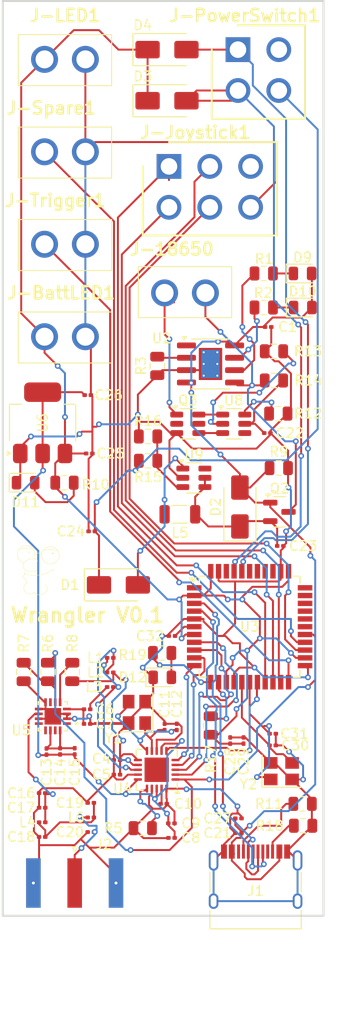
<source format=kicad_pcb>
(kicad_pcb (version 20241229) (generator "pcbnew") (generator_version "9.0")
  (layers (0 "F.Cu" signal) (2 "B.Cu" signal) (13 "F.Paste" user) (15 "B.Paste" user) (5 "F.SilkS" user "F.Silkscreen") (7 "B.SilkS" user "B.Silkscreen") (1 "F.Mask" user) (3 "B.Mask" user) (25 "Edge.Cuts" user))
  (net 0 "")
  (net 1 "GND")
  (net 2 "Vusb")
  (net 3 "VDD_PA")
  (net 4 "Net-(U5-TXRX)")
  (net 5 "Net-(C6-Pad1)")
  (net 6 "+3.3V")
  (net 7 "Net-(U4-DVDD)")
  (net 8 "Net-(U4-XC2)")
  (net 9 "Net-(U4-XC1)")
  (net 10 "Net-(C13-Pad1)")
  (net 11 "Net-(U5-ANT)")
  (net 12 "Net-(C18-Pad1)")
  (net 13 "Net-(J2-In)")
  (net 14 "Net-(U8-VCC)")
  (net 15 "Net-(D2-K)")
  (net 16 "+5.3V")
  (net 17 "+5V")
  (net 18 "Net-(U3-XTAL2)")
  (net 19 "Net-(U3-XTAL1)")
  (net 20 "Net-(U3-UCAP)")
  (net 21 "Net-(D1-A)")
  (net 22 "LowSwitch")
  (net 23 "HighSwitch")
  (net 24 "Net-(D9-K)")
  (net 25 "Net-(D10-K)")
  (net 26 "Net-(D11-A)")
  (net 27 "Net-(D12-A)")
  (net 28 "+V_Batt")
  (net 29 "-V_Batt")
  (net 30 "GPIO4")
  (net 31 "GPIO2")
  (net 32 "GPIO3")
  (net 34 "GPIO1")
  (net 36 "GPIO6")
  (net 37 "GPIO5")
  (net 38 "D-")
  (net 40 "Net-(J1-CC1)")
  (net 41 "D+")
  (net 42 "Net-(J1-CC2)")
  (net 44 "Net-(U4-ANT2)")
  (net 45 "Net-(U4-ANT1)")
  (net 46 "Net-(Q3-G2)")
  (net 48 "Net-(Q3-G1)")
  (net 50 "Net-(U2-~{STDBY})")
  (net 51 "Net-(U2-~{CHRG})")
  (net 52 "Net-(U2-PROG)")
  (net 53 "Net-(U4-IREF)")
  (net 54 "Net-(U5-RXEN)")
  (net 55 "CE")
  (net 56 "Net-(U5-TXEN)")
  (net 57 "Net-(U8-GND)")
  (net 58 "Net-(U8-CS)")
  (net 59 "Net-(U9-FB)")
  (net 60 "Net-(U3-~{RESET})")
  (net 61 "Net-(U3-PB7)")
  (net 66 "CSN")
  (net 70 "IRQ")
  (net 75 "MOSI")
  (net 77 "SCK")
  (net 78 "MISO")
  (footprint "PETER:PeterFoot" (layer "F.Cu") (at 181.25 115)
    (property "Reference" "G***" (hide yes))
    (property "Value" "LOGO" (hide yes))
  )
  (footprint "Capacitor_SMD:C_0201_0603Metric" (layer "F.Cu") (at 194.155 139)
    (property "Reference" "C10")
    (property "Value" "33nF")
  )
  (footprint "Diode_SMD:D_SMA" (layer "F.Cu") (at 189.5 116.5)
    (property "Reference" "D1")
    (property "Value" "SS14")
  )
  (footprint "Capacitor_SMD:C_0201_0603Metric" (layer "F.Cu") (at 181.655 139.4 180)
    (property "Reference" "C17")
    (property "Value" "1pF")
  )
  (footprint "Diode_SMD:D_SMA" (layer "F.Cu") (at 194.5 66.75)
    (property "Reference" "D3")
    (property "Value" "SS14")
  )
  (footprint "LED_SMD:LED_0805_2012Metric" (layer "F.Cu") (at 194.0125 126)
    (property "Reference" "D12")
    (property "Value" "LED")
  )
  (footprint "Capacitor_SMD:C_0201_0603Metric" (layer "F.Cu") (at 204.82 100.9 180)
    (property "Reference" "C22")
    (property "Value" ".1uF")
  )
  (footprint "Capacitor_SMD:C_0201_0603Metric" (layer "F.Cu") (at 181.655 137.9 180)
    (property "Reference" "C16")
    (property "Value" ".3pF")
  )
  (footprint "Package_TO_SOT_SMD:SOT-23" (layer "F.Cu") (at 206.0625 109)
    (property "Reference" "Q2")
    (property "Value" "AO3401A")
  )
  (footprint "Capacitor_SMD:C_0201_0603Metric" (layer "F.Cu") (at 183.5 133.605 -90)
    (property "Reference" "C14")
    (property "Value" "10nF")
  )
  (footprint "Capacitor_SMD:C_0805_2012Metric" (layer "F.Cu") (at 184.75 125.45 -90)
    (property "Reference" "R8")
    (property "Value" "1k")
  )
  (footprint "Capacitor_SMD:C_0201_0603Metric" (layer "F.Cu") (at 188.655 127)
    (property "Reference" "L3")
    (property "Value" "3.9nH")
  )
  (footprint "Capacitor_SMD:C_0805_2012Metric" (layer "F.Cu") (at 205.95 98.9 180)
    (property "Reference" "R12")
    (property "Value" "1K")
  )
  (footprint "Capacitor_SMD:C_0805_2012Metric" (layer "F.Cu") (at 193.5 94 90)
    (property "Reference" "R3")
    (property "Value" "1.2K")
  )
  (footprint "Capacitor_SMD:C_0805_2012Metric" (layer "F.Cu") (at 206 104.5)
    (property "Reference" "R9")
    (property "Value" "1.2K")
  )
  (footprint "Capacitor_SMD:C_0805_2012Metric" (layer "F.Cu") (at 192 141.5)
    (property "Reference" "R5")
    (property "Value" "22k")
  )
  (footprint "Capacitor_SMD:C_0805_2012Metric" (layer "F.Cu") (at 183.95 106 180)
    (property "Reference" "R10")
    (property "Value" "220")
  )
  (footprint "Capacitor_SMD:C_0201_0603Metric" (layer "F.Cu") (at 186.655 141.9 180)
    (property "Reference" "C20")
    (property "Value" "1pF")
  )
  (footprint "Inductor_SMD:L_1206_3216Metric" (layer "F.Cu") (at 195.825 109.25 180)
    (property "Reference" "L5")
    (property "Value" "4.7uH")
  )
  (footprint "Capacitor_SMD:C_0201_0603Metric" (layer "F.Cu") (at 186.655 138.9 180)
    (property "Reference" "C19")
    (property "Value" "1pF")
  )
  (footprint "Capacitor_SMD:C_0201_0603Metric" (layer "F.Cu") (at 201 132.5 90)
    (property "Reference" "C28")
    (property "Value" "10uF")
  )
  (footprint "Capacitor_SMD:C_0805_2012Metric" (layer "F.Cu") (at 205.5 95.5 180)
    (property "Reference" "R14")
    (property "Value" "100")
  )
  (footprint "Package_TO_SOT_SMD:SOT-23-6" (layer "F.Cu") (at 201.3625 99.95)
    (property "Reference" "U8")
    (property "Value" "DW01A")
  )
  (footprint "Capacitor_SMD:C_0805_2012Metric" (layer "F.Cu") (at 192.55 101.25)
    (property "Reference" "R16")
    (property "Value" "10K")
  )
  (footprint "Capacitor_SMD:C_0201_0603Metric" (layer "F.Cu") (at 201.845 142)
    (property "Reference" "C21")
    (property "Value" ".1uF")
  )
  (footprint "Capacitor_SMD:C_0201_0603Metric" (layer "F.Cu") (at 188.653687 125.5 180)
    (property "Reference" "L2")
    (property "Value" "2.7nH")
  )
  (footprint "Capacitor_SMD:C_0201_0603Metric" (layer "F.Cu") (at 186.28 129.285 180)
    (property "Reference" "C6")
    (property "Value" "1.5pF")
  )
  (footprint "Capacitor_SMD:C_0805_2012Metric" (layer "F.Cu") (at 182.25 125.45 -90)
    (property "Reference" "R6")
    (property "Value" "1k")
  )
  (footprint "Capacitor_SMD:C_0201_0603Metric" (layer "F.Cu") (at 206.155 112.5)
    (property "Reference" "C23")
    (property "Value" "22uF")
  )
  (footprint "Capacitor_SMD:C_0805_2012Metric" (layer "F.Cu") (at 205.5 92.5 180)
    (property "Reference" "R13")
    (property "Value" "1K")
  )
  (footprint "Package_TO_SOT_SMD:SOT-23-6" (layer "F.Cu") (at 197.2625 105.5)
    (property "Reference" "U9")
    (property "Value" "MT3608")
  )
  (footprint "Capacitor_SMD:C_0201_0603Metric" (layer "F.Cu") (at 205.369466 132.99546)
    (property "Reference" "C30")
    (property "Value" "22pF")
  )
  (footprint "Capacitor_SMD:C_0201_0603Metric" (layer "F.Cu") (at 202.369466 132.49546 90)
    (property "Reference" "C29")
    (property "Value" ".1uF")
  )
  (footprint "Capacitor_SMD:C_0201_0603Metric" (layer "F.Cu") (at 186.655 140.4 180)
    (property "Reference" "L6")
    (property "Value" "2.7nH")
  )
  (footprint "Capacitor_SMD:C_0201_0603Metric" (layer "F.Cu") (at 194.25 131.095 90)
    (property "Reference" "C11")
    (property "Value" "22pF")
  )
  (footprint "Capacitor_SMD:C_0201_0603Metric" (layer "F.Cu") (at 195.5 131.095 90)
    (property "Reference" "C12")
    (property "Value" "22pF")
  )
  (footprint "Capacitor_SMD:C_0805_2012Metric" (layer "F.Cu") (at 194 123.5)
    (property "Reference" "R19")
    (property "Value" "330")
  )
  (footprint "Capacitor_SMD:C_0201_0603Metric" (layer "F.Cu") (at 194.963379 142.5 180)
    (property "Reference" "C8")
    (property "Value" "10nF")
  )
  (footprint "MiniFitJR2x1:353170221" (layer "F.Cu") (at 186.1 62.5 90)
    (property "Reference" "J-LED1")
    (property "Value" "35317-0221" (hide yes))
  )
  (footprint "Capacitor_SMD:C_0201_0603Metric" (layer "F.Cu") (at 205.375712 131.796221)
    (property "Reference" "C31")
    (property "Value" "22pF")
  )
  (footprint "Capacitor_SMD:C_0805_2012Metric" (layer "F.Cu") (at 179.75 125.45 90)
    (property "Reference" "R7")
    (property "Value" "2k")
  )
  (footprint "Capacitor_SMD:C_0201_0603Metric" (layer "F.Cu") (at 186.75 111)
    (property "Reference" "C24")
    (property "Value" "22uF")
  )
  (footprint "MiniFitJR2x1:353170221" (layer "F.Cu") (at 186.1 81.5 90)
    (property "Reference" "J-Trigger1")
    (property "Value" "35317-0221" (hide yes))
  )
  (footprint "LED_SMD:LED_0805_2012Metric" (layer "F.Cu") (at 208.4625 88)
    (property "Reference" "D10")
    (property "Value" "LED")
  )
  (footprint "RFX2401C:QFN50P300X300X60-17N" (layer "F.Cu") (at 182.75 130.005 180)
    (property "Reference" "U5")
    (property "Value" "RFX2401C")
  )
  (footprint "Capacitor_SMD:C_0201_0603Metric" (layer "F.Cu") (at 186.28 130.785 180)
    (property "Reference" "C7")
    (property "Value" "1.0pF")
  )
  (footprint "Capacitor_SMD:C_0201_0603Metric" (layer "F.Cu") (at 186.345 97)
    (property "Reference" "C26")
    (property "Value" "10uF")
  )
  (footprint "Capacitor_SMD:C_0805_2012Metric" (layer "F.Cu") (at 192.55 103.75 180)
    (property "Reference" "R15")
    (property "Value" "32.4K")
  )
  (footprint "MiniFitJR2x1:353170221" (layer "F.Cu") (at 186.1 91 90)
    (property "Reference" "J-BattLED1")
    (property "Value" "35317-0221" (hide yes))
  )
  (footprint "Capacitor_SMD:C_0805_2012Metric" (layer "F.Cu") (at 204.45 88)
    (property "Reference" "R2")
    (property "Value" "1K")
  )
  (footprint "Package_TO_SOT_SMD:SOT-223-3_TabPin2" (layer "F.Cu") (at 181.7 99.85 90)
    (property "Reference" "U6")
    (property "Value" "AMS1117")
  )
  (footprint "Capacitor_SMD:C_0201_0603Metric" (layer "F.Cu") (at 189.345 136 180)
    (property "Reference" "C5")
    (property "Value" "4.7pf")
  )
  (footprint "Capacitor_SMD:C_0201_0603Metric" (layer "F.Cu") (at 189.345 134.5 180)
    (property "Reference" "C4")
    (property "Value" "2.2nF")
  )
  (footprint "LED_SMD:LED_0805_2012Metric" (layer "F.Cu") (at 208.4375 84.5)
    (property "Reference" "D9")
    (property "Value" "LED")
  )
  (footprint "Capacitor_SMD:C_0201_0603Metric" (layer "F.Cu") (at 195 121.75 180)
    (property "Reference" "C32")
    (property "Value" ".1uF")
  )
  (footprint "Capacitor_SMD:C_0805_2012Metric" (layer "F.Cu") (at 208.5 141.25 180)
    (property "Reference" "R18")
    (property "Value" "5.1K")
  )
  (footprint "Capacitor_SMD:C_0201_0603Metric" (layer "F.Cu") (at 181.655 142.4 180)
    (property "Reference" "C18")
    (property "Value" "1pF")
  )
  (footprint "Connector_USB:USB_C_Receptacle_HRO_TYPE-C-31-M-12" (layer "F.Cu") (at 203.61 147.95)
    (property "Reference" "J1")
    (property "Value" "USB_C_Receptacle")
  )
  (footprint "Diode_SMD:D_SMA" (layer "F.Cu") (at 202 108.5 90)
    (property "Reference" "D2")
    (property "Value" "SS14")
  )
  (footprint "Capacitor_SMD:C_0201_0603Metric" (layer "F.Cu") (at 194.95 141 180)
    (property "Reference" "C9")
    (property "Value" "1nF")
  )
  (footprint "Capacitor_SMD:C_0805_2012Metric" (layer "F.Cu") (at 204.45 84.5)
    (property "Reference" "R1")
    (property "Value" "1K")
  )
  (footprint "MiniFitJR3x2:RHDR6W107P420_2X3_1380X960X1310P" (layer "F.Cu") (at 194.7 73.5)
    (property "Reference" "J-Joystick1")
    (property "Value" "35317-0620" (hide yes))
  )
  (footprint "Capacitor_SMD:C_0201_0603Metric" (layer "F.Cu") (at 182.1 133.63 -90)
    (property "Reference" "C13")
    (property "Value" "220pF")
  )
  (footprint "Diode_SMD:D_SMA" (layer "F.Cu") (at 194.5 61.5)
    (property "Reference" "D4")
    (property "Value" "SS14")
  )
  (footprint "Crystal:Crystal_SMD_3225-4Pin_3.2x2.5mm" (layer "F.Cu") (at 206.269466 135.64546)
    (property "Reference" "Y2")
    (property "Value" "16MHz")
  )
  (footprint "MiniFitJR2x1:353170221" (layer "F.Cu") (at 194.25 86.5 -90)
    (property "Reference" "J-18650")
    (property "Value" "35317-0221" (hide yes))
  )
  (footprint "Capacitor_SMD:C_0805_2012Metric" (layer "F.Cu") (at 199 130.95 -90)
    (property "Reference" "R17")
    (property "Value" "10K")
  )
  (footprint "Package_SO:SOIC-8-1EP_3.9x4.9mm_P1.27mm_EP2.41x3.3mm_ThermalVias" (layer "F.Cu") (at 198.975 93.8)
    (property "Reference" "U2")
    (property "Value" "TP4056-42-ESOP8")
  )
  (footprint "MiniFitJR2x2:SHDR4W107P420_2X2_960X960X1280P" (layer "F.Cu") (at 201.8 61.5)
    (property "Reference" "J-PowerSwitch1")
    (property "Value" "35317-0420" (hide yes))
  )
  (footprint "Capacitor_SMD:C_0201_0603Metric" (layer "F.Cu") (at 185 133.605 -90)
    (property "Reference" "C15")
    (property "Value" "1uF")
  )
  (footprint "Package_DFN_QFN:QFN-20-1EP_4x4mm_P0.5mm_EP2.5x2.5mm" (layer "F.Cu") (at 193.4375 135.5 180)
    (property "Reference" "U4")
    (property "Value" "nRF24L01P")
  )
  (footprint "Capacitor_SMD:C_0201_0603Metric" (layer "F.Cu") (at 188.656997 124 180)
    (property "Reference" "L1")
    (property "Value" "8.2nH")
  )
  (footprint "Capacitor_SMD:C_0201_0603Metric" (layer "F.Cu") (at 204.905 90)
    (property "Reference" "C1")
    (property "Value" ".1uF")
  )
  (footprint "MiniFitJR2x1:353170221" (layer "F.Cu") (at 186.1 72 90)
    (property "Reference" "J-Spare1")
    (property "Value" "35317-0221" (hide yes))
  )
  (footprint "LED_SMD:LED_0805_2012Metric" (layer "F.Cu") (at 179.95 106)
    (property "Reference" "D11")
    (property "Value" "LED")
  )
  (footprint "Capacitor_SMD:C_0201_0603Metric" (layer "F.Cu") (at 186.5 103)
    (property "Reference" "C25")
    (property "Value" "10uF")
  )
  (footprint "Capacitor_SMD:C_0201_0603Metric" (layer "F.Cu") (at 201.845 140.5)
    (property "Reference" "C27")
    (property "Value" "10uF")
  )
  (footprint "Connector_Coaxial:SMA_Amphenol_132289_EdgeMount" (layer "F.Cu") (at 185 147.1375 -90)
    (property "Reference" "J2")
    (property "Value" "SMA-RP")
  )
  (footprint "Capacitor_SMD:C_0201_0603Metric" (layer "F.Cu") (at 181.655 140.9 180)
    (property "Reference" "L4")
    (property "Value" "2.7nH")
  )
  (footprint "Crystal:Crystal_SMD_3225-4Pin_3.2x2.5mm" (layer "F.Cu") (at 191.4 129.6 90)
    (property "Reference" "Y1")
    (property "Value" "16MHz")
  )
  (footprint "Package_TO_SOT_SMD:SOT-23-6" (layer "F.Cu") (at 196.6375 99.95)
    (property "Reference" "Q3")
    (property "Value" "FS8205A")
  )
  (footprint "Capacitor_SMD:C_0805_2012Metric" (layer "F.Cu") (at 208.45 139 180)
    (property "Reference" "R11")
    (property "Value" "5.1K")
  )
  (footprint "Package_QFP:TQFP-44_10x10mm_P0.8mm" (layer "F.Cu") (at 203 120.8)
    (property "Reference" "U3")
    (property "Value" "ATmega32U4-A")
  )
  (gr_rect (start 177.6 56.5) (end 210.6 150.5) (stroke (width 0.2)) (fill no) (layer "Edge.Cuts"))
  (gr_text "Wrangler V0.1\n" (at 178.25 120.5 0) (layer "F.SilkS") (effects (font (size 1.5 1.5) (thickness 0.3) (bold yes)) (justify left bottom)))
  (segment (start 205.976 116.151) (end 201.5 116.151) (width 0.2) (layer "F.Cu") (net 1))
  (segment (start 180.804 139.931) (end 180.804 141.869) (width 0.2) (layer "F.Cu") (net 1))
  (segment (start 182 129.255) (end 182 128.56) (width 0.2) (layer "F.Cu") (net 1))
  (segment (start 181.335 146.5525) (end 180.75 147.1375) (width 0.2) (layer "F.Cu") (net 1))
  (segment (start 190.167 130.785) (end 192.25 128.702) (width 0.2) (layer "F.Cu") (net 1))
  (segment (start 186.82 103.15987) (end 186.82 103) (width 0.2) (layer "F.Cu") (net 1))
  (segment (start 205.14 101.05987) (end 205.14 100.9) (width 0.2) (layer "F.Cu") (net 1))
  (segment (start 196.5 94.435) (end 198.34 94.435) (width 0.2) (layer "F.Cu") (net 1))
  (segment (start 182.5 130.255) (end 182.75 130.005) (width 0.2) (layer "F.Cu") (net 1))
  (segment (start 195.5 100.9) (end 197.1 102.5) (width 0.2) (layer "F.Cu") (net 1))
  (segment (start 184.195 129.755) (end 183 129.755) (width 0.2) (layer "F.Cu") (net 1))
  (segment (start 193.075 126) (end 193.075 127.675) (width 0.2) (layer "F.Cu") (net 1))
  (segment (start 206.2 115.927) (end 205.976 116.151) (width 0.2) (layer "F.Cu") (net 1))
  (segment (start 186.6 130.785) (end 186.6 130.1) (width 0.2) (layer "F.Cu") (net 1))
  (segment (start 196.230001 120) (end 197.3 120) (width 0.2) (layer "F.Cu") (net 1))
  (segment (start 186.82 100.25) (end 186.82 97.155) (width 0.2) (layer "F.Cu") (net 1))
  (segment (start 194.68 121.75) (end 194.68 121.550001) (width 0.2) (layer "F.Cu") (net 1))
  (segment (start 189.25 146.25) (end 186.5 143.5) (width 0.2) (layer "F.Cu") (net 1))
  (segment (start 209.4 139) (end 209.4 141.2) (width 0.2) (layer "F.Cu") (net 1))
  (segment (start 190.55 130.7) (end 189.025 132.225) (width 0.2) (layer "F.Cu") (net 1))
  (segment (start 196.001 131.076001) (end 195.699999 130.775) (width 0.2) (layer "F.Cu") (net 1))
  (segment (start 202.364926 132.18) (end 202.369466 132.17546) (width 0.2) (layer "F.Cu") (net 1))
  (segment (start 201.5 120.5) (end 200.25 121.75) (width 0.2) (layer "F.Cu") (net 1))
  (segment (start 201.4 125.55) (end 201.95 125) (width 0.2) (layer "F.Cu") (net 1))
  (segment (start 182.75 130.005) (end 182 129.255) (width 0.2) (layer "F.Cu") (net 1))
  (segment (start 192.649 139.101) (end 193.049 139.501) (width 0.2) (layer "F.Cu") (net 1))
  (segment (start 206.2 112.974999) (end 206.2 115.1) (width 0.2) (layer "F.Cu") (net 1))
  (segment (start 207.374006 136.5) (end 207.369466 136.49546) (width 0.2) (layer "F.Cu") (net 1))
  (segment (start 205.689466 132.99546) (end 206.417996 132.99546) (width 0.2) (layer "F.Cu") (net 1))
  (segment (start 195.30384 132.41103) (end 196.001 131.71387) (width 0.2) (layer "F.Cu") (net 1))
  (segment (start 206.9 98.9) (end 207.251 98.549) (width 0.2) (layer "F.Cu") (net 1))
  (segment (start 196.125 105.5) (end 195.770532 105.5) (width 0.2) (layer "F.Cu") (net 1))
  (segment (start 195.5 100.9) (end 194.837501 100.9) (width 0.2) (layer "F.Cu") (net 1))
  (segment (start 194.4375 137.4375) (end 196.4375 137.4375) (width 0.2) (layer "F.Cu") (net 1))
  (segment (start 189.05 143.5) (end 186.5 143.5) (width 0.2) (layer "F.Cu") (net 1))
  (segment (start 206.75 111) (end 206.75 112.225) (width 0.2) (layer "F.Cu") (net 1))
  (segment (start 184.834 137.399) (end 186.335 138.9) (width 0.2) (layer "F.Cu") (net 1))
  (segment (start 207.269466 136.49546) (end 205.569466 134.79546) (width 0.2) (layer "F.Cu") (net 1))
  (segment (start 205.689466 131.802467) (end 205.695712 131.796221) (width 0.2) (layer "F.Cu") (net 1))
  (segment (start 194.475 139.15987) (end 194.13387 139.501) (width 0.2) (layer "F.Cu") (net 1))
  (segment (start 179.4 103) (end 179.4 105.6125) (width 0.2) (layer "F.Cu") (net 1))
  (segment (start 192.9375 137.4375) (end 192.9375 137.962557) (width 0.2) (layer "F.Cu") (net 1))
  (segment (start 205.225 90) (end 205.225 91.825) (width 0.2) (layer "F.Cu") (net 1))
  (segment (start 186.6 130.1) (end 186.5 130) (width 0.2) (layer "F.Cu") (net 1))
  (segment (start 193.075 127.675) (end 192.25 128.5) (width 0.2) (layer "F.Cu") (net 1))
  (segment (start 202 122.5) (end 202 123.5) (width 0.2) (layer "F.Cu") (net 1))
  (segment (start 195.5 130.775) (end 194.25 130.775) (width 0.2) (layer "F.Cu") (net 1))
  (segment (start 201.75 139.25) (end 201.75 139.885001) (width 0.2) (layer "F.Cu") (net 1))
  (segment (start 207.015 143.905) (end 207.93 144.82) (width 0.2) (layer "F.Cu") (net 1))
  (segment (start 194 121.75) (end 194.68 121.75) (width 0.2) (layer "F.Cu") (net 1))
  (segment (start 186.1 62.5) (end 186.1 72) (width 0.2) (layer "F.Cu") (net 1))
  (segment (start 195.770532 105.5) (end 194.75 104.479468) (width 0.2) (layer "F.Cu") (net 1))
  (segment (start 186.6 130.785) (end 186.6 130.585001) (width 0.2) (layer "F.Cu") (net 1))
  (segment (start 194.4375 137.4375) (end 194.4375 138.436202) (width 0.2) (layer "F.Cu") (net 1))
  (segment (start 201.22613 139.999) (end 200.994 140.23113) (width 0.2) (layer "F.Cu") (net 1))
  (segment (start 194.837501 100.9) (end 193.687501 99.75) (width 0.2) (layer "F.Cu") (net 1))
  (segment (start 186.965 130.785) (end 187.05 130.7) (width 0.2) (layer "F.Cu") (net 1))
  (segment (start 192.649 138.251057) (end 192.649 139.101) (width 0.2) (layer "F.Cu") (net 1))
  (segment (start 194.75 104.479468) (end 194.75 101.65) (width 0.2) (layer "F.Cu") (net 1))
  (segment (start 191.5 99) (end 191.6 99.1) (width 0.2) (layer "F.Cu") (net 1))
  (segment (start 191.5 96.95) (end 193.5 94.95) (width 0.2) (layer "F.Cu") (net 1))
  (segment (start 206.2 115.1) (end 206.2 115.927) (width 0.2) (layer "F.Cu") (net 1))
  (segment (start 205.14 100.66) (end 206.9 98.9) (width 0.2) (layer "F.Cu") (net 1))
  (segment (start 205.225 91.825) (end 204.55 92.5) (width 0.2) (layer "F.Cu") (net 1))
  (segment (start 186.82 100.75) (end 186.82 100.25) (width 0.2) (layer "F.Cu") (net 1))
  (segment (start 206.95 102.71) (end 205.14 100.9) (width 0.2) (layer "F.Cu") (net 1))
  (segment (start 191.05 141.5) (end 189.05 143.5) (width 0.2) (layer "F.Cu") (net 1))
  (segment (start 181.91 128.56) (end 182 128.56) (width 0.2) (layer "F.Cu") (net 1))
  (segment (start 201.863999 139.999) (end 201.22613 139.999) (width 0.2) (layer "F.Cu") (net 1))
  (segment (start 184.195 130.255) (end 184.195 129.755) (width 0.2) (layer "F.Cu") (net 1))
  (segment (start 195.27 139.795) (end 195.27 141) (width 0.2) (layer "F.Cu") (net 1))
  (segment (start 186.335 141.9) (end 185.6175 142.6175) (width 0.2) (layer "F.Cu") (net 1))
  (segment (start 203.69987 102.5) (end 205.14 101.05987) (width 0.2) (layer "F.Cu") (net 1))
  (segment (start 205.576 93.526) (end 204.55 92.5) (width 0.2) (layer "F.Cu") (net 1))
  (segment (start 206.86 143.84) (end 209.45 141.25) (width 0.2) (layer "F.Cu") (net 1))
  (segment (start 199.75 121.75) (end 200 121.75) (width 0.2) (layer "F.Cu") (net 1))
  (segment (start 205.75 75.05) (end 205.75 71) (width 0.2) (layer "F.Cu") (net 1))
  (segment (start 179.75 126.4) (end 181.91 128.56) (width 0.2) (layer "F.Cu") (net 1))
  (segment (start 186.82 103) (end 186.82 100.75) (width 0.2) (layer "F.Cu") (net 1))
  (segment (start 206.95 104.5) (end 206.95 106.45) (width 0.2) (layer "F.Cu") (net 1))
  (segment (start 185.6175 142.6175) (end 184.985 143.25) (width 0.2) (layer "F.Cu") (net 1))
  (segment (start 181.67613 137.399) (end 184.834 137.399) (width 0.2) (layer "F.Cu") (net 1))
  (segment (start 191.5 136) (end 190.46487 136) (width 0.2) (layer "F.Cu") (net 1))
  (segment (start 207.251 94.78984) (end 205.98716 93.526) (width 0.2) (layer "F.Cu") (net 1))
  (segment (start 187.1 71) (end 186.1 72) (width 0.2) (layer "F.Cu") (net 1))
  (segment (start 194.475 139) (end 194.475 139.15987) (width 0.2) (layer "F.Cu") (net 1))
  (segment (start 184.2 130.25) (end 184.195 130.255) (width 0.2) (layer "F.Cu") (net 1))
  (segment (start 206.75 112.225) (end 206.475 112.5) (width 0.2) (layer "F.Cu") (net 1))
  (segment (start 198.25 120.25) (end 199.75 121.75) (width 0.2) (layer "F.Cu") (net 1))
  (segment (start 201.4 126.5) (end 201.4 125.55) (width 0.2) (layer "F.Cu") (net 1))
  (segment (start 201.674 126.226) (end 201.4 126.5) (width 0.2) (layer "F.Cu") (net 1))
  (segment (start 202.549466 132.17546) (end 202.369466 132.17546) (width 0.2) (layer "F.Cu") (net 1))
  (segment (start 185.75 100.75) (end 185.5 101) (width 0.2) (layer "F.Cu") (net 1))
  (segment (start 208.5 136.5) (end 207.374006 136.5) (width 0.2) (layer "F.Cu") (net 1))
  (segment (start 190.46487 136) (end 189.96387 136.501) (width 0.2) (layer "F.Cu") (net 1))
  (segment (start 186.43 111) (end 186.43 103.54987) (width 0.2) (layer "F.Cu") (net 1))
  (segment (start 193.075 126) (end 193 126) (width 0.2) (layer "F.Cu") (net 1))
  (segment (start 189.25 147.1375) (end 189.25 147) (width 0.2) (layer "F.Cu") (net 1))
  (segment (start 200.36 143.165) (end 200.36 143.905) (width 0.2) (layer "F.Cu") (net 1))
  (segment (start 199.8 116.05) (end 199.8 115.1) (width 0.2) (layer "F.Cu") (net 1))
  (segment (start 203 125) (end 203.5 125) (width 0.2) (layer "F.Cu") (net 1))
  (segment (start 206.417996 132.99546) (end 207.058997 133.636461) (width 0.2) (layer "F.Cu") (net 1))
  (segment (start 195.699999 130.775) (end 195.5 130.775) (width 0.2) (layer "F.Cu") (net 1))
  (segment (start 203.1 77.7) (end 205.75 75.05) (width 0.2) (layer "F.Cu") (net 1))
  (segment (start 205.14 100.9) (end 205.14 100.66) (width 0.2) (layer "F.Cu") (net 1))
  (segment (start 205.689466 132.99546) (end 205.689466 131.802467) (width 0.2) (layer "F.Cu") (net 1))
  (segment (start 206.475 112.699999) (end 206.2 112.974999) (width 0.2) (layer "F.Cu") (net 1))
  (segment (start 185 130.25) (end 184.2 130.25) (width 0.2) (layer "F.Cu") (net 1))
  (segment (start 198.34 94.435) (end 198.975 93.8) (width 0.2) (layer "F.Cu") (net 1))
  (segment (start 184.33 129.89) (end 184.195 129.755) (width 0.2) (layer "F.Cu") (net 1))
  (segment (start 186.82 100.25) (end 187.25 100.25) (width 0.2) (layer "F.Cu") (net 1))
  (segment (start 201.95 125) (end 203 125) (width 0.2) (layer "F.Cu") (net 1))
  (segment (start 200.994 141.469) (end 201.525 142) (width 0.2) (layer "F.Cu") (net 1))
  (segment (start 186.5 143.5) (end 185.6175 142.6175) (width 0.2) (layer "F.Cu") (net 1))
  (segment (start 181.335 137.9) (end 181.335 137.74013) (width 0.2) (layer "F.Cu") (net 1))
  (segment (start 202.165 140.5) (end 202.165 140.300001) (width 0.2) (layer "F.Cu") (net 1))
  (segment (start 180.5 101.25) (end 179.4 102.35) (width 0.2) (layer "F.Cu") (net 1))
  (segment (start 200 121.75) (end 200.5 121.75) (width 0.2) (layer "F.Cu") (net 1))
  (segment (start 201.525 142) (end 200.36 143.165) (width 0.2) (layer "F.Cu") (net 1))
  (segment (start 196.4375 137.4375) (end 196.5 137.5) (width 0.2) (layer "F.Cu") (net 1))
  (segment (start 193.4375 132.41103) (end 195.30384 132.41103) (width 0.2) (layer "F.Cu") (net 1))
  (segment (start 206.95 104.5) (end 206.95 102.71) (width 0.2) (layer "F.Cu") (net 1))
  (segment (start 192.076 142.526) (end 191.05 141.5) (width 0.2) (layer "F.Cu") (net 1))
  (segment (start 194.75 101.65) (end 195.5 100.9) (width 0.2) (layer "F.Cu") (net 1))
  (segment (start 189.025 136.199999) (end 189.025 136) (width 0.2) (layer "F.Cu") (net 1))
  (segment (start 186.665 91.565) (end 186.665 97) (width 0.2) (layer "F.Cu") (net 1))
  (segment (start 191.5 99) (end 191.5 96.95) (width 0.2) (layer "F.Cu") (net 1))
  (segment (start 186.6 130.785) (end 190.167 130.785) (width 0.2) (layer "F.Cu") (net 1))
  (segment (start 201.75 139.885001) (end 202.165 140.300001) (width 0.2) (layer "F.Cu") (net 1))
  (segment (start 196.001 131.71387) (end 196.001 131.076001) (width 0.2) (layer "F.Cu") (net 1))
  (segment (start 186.335 138.9) (end 186.335 138.69) (width 0.2) (layer "F.Cu") (net 1))
  (segment (start 200.36 143.905) (end 200.205 143.905) (width 0.2) (layer "F.Cu") (net 1))
  (segment (start 186.6 130.785) (end 186.965 130.785) (width 0.2) (layer "F.Cu") (net 1))
  (segment (start 197.1 102.5) (end 203.69987 102.5) (width 0.2) (layer "F.Cu") (net 1))
  (segment (start 193.687501 99.75) (end 191.6 99.75) (width 0.2) (layer "F.Cu") (net 1))
  (segment (start 195.27 141.15987) (end 195.27 141) (width 0.2) (layer "F.Cu") (net 1))
  (segment (start 194.25 130.5) (end 192.25 128.5) (width 0.2) (layer "F.Cu") (net 1))
  (segment (start 201.5 116.151) (end 199.901 116.151) (width 0.2) (layer "F.Cu") (net 1))
  (segment (start 200.994 140.23113) (end 200.994 141.469) (width 0.2) (layer "F.Cu") (net 1))
  (segment (start 206.86 143.905) (end 206.86 143.84) (width 0.2) (layer "F.Cu") (net 1))
  (segment (start 179.4 102.35) (end 179.4 103) (width 0.2) (layer "F.Cu") (net 1))
  (segment (start 186.43 103.54987) (end 186.82 103.15987) (width 0.2) (layer "F.Cu") (net 1))
  (segment (start 206.475 112.5) (end 206.475 112.699999) (width 0.2) (layer "F.Cu") (net 1))
  (segment (start 209.4 141.2) (end 209.45 141.25) (width 0.2) (layer "F.Cu") (net 1))
  (segment (start 205.569466 134.79546) (end 205.169466 134.79546) (width 0.2) (layer "F.Cu") (net 1))
  (segment (start 181.335 142.4) (end 181.335 143.25) (width 0.2) (layer "F.Cu") (net 1))
  (segment (start 181.335 137.74013) (end 181.67613 137.399) (width 0.2) (layer "F.Cu") (net 1))
  (segment (start 202.165 140.300001) (end 201.863999 139.999) (width 0.2) (layer "F.Cu") (net 1))
  (segment (start 209 125.1) (end 208.7 124.8) (width 0.2) (layer "F.Cu") (net 1))
  (segment (start 183 129.755) (end 182.75 130.005) (width 0.2) (layer "F.Cu") (net 1))
  (segment (start 187.05 130.7) (end 190.55 130.7) (width 0.2) (layer "F.Cu") (net 1))
  (segment (start 192.9375 137.962557) (end 192.649 138.251057) (width 0.2) (layer "F.Cu") (net 1))
  (segment (start 209.4 139) (end 209.4 138.525994) (width 0.2) (layer "F.Cu") (net 1))
  (segment (start 194.015 94.435) (end 193.5 94.95) (width 0.2) (layer "F.Cu") (net 1))
  (segment (start 201.25 122.5) (end 202 122.5) (width 0.2) (layer "F.Cu") (net 1))
  (segment (start 200.5 121.75) (end 201.25 122.5) (width 0.2) (layer "F.Cu") (net 1))
  (segment (start 179.4 105.6125) (end 179.0125 106) (width 0.2) (layer "F.Cu") (net 1))
  (segment (start 181.335 143.25) (end 181.335 146.5525) (width 0.2) (layer "F.Cu") (net 1))
  (segment (start 206.86 143.905) (end 207.015 143.905) (width 0.2) (layer "F.Cu") (net 1))
  (segment (start 182 129.255) (end 181.305 129.255) (width 0.2) (layer "F.Cu") (net 1))
  (segment (start 200.205 143.905) (end 199.29 144.82) (width 0.2) (layer "F.Cu") (net 1))
  (segment (start 200.25 121.75) (end 200 121.75) (width 0.2) (layer "F.Cu") (net 1))
  (segment (start 180.804 141.869) (end 181.335 142.4) (width 0.2) (layer "F.Cu") (net 1))
  (segment (start 205.169466 134.79546) (end 202.549466 132.17546) (width 0.2) (layer "F.Cu") (net 1))
  (segment (start 187.25 100.25) (end 187.5 100) (width 0.2) (layer "F.Cu") (net 1))
  (segment (start 191.6 99.75) (end 191.6 101.25) (width 0.2) (layer "F.Cu") (net 1))
  (segment (start 197.3 120) (end 198.25 120) (width 0.2) (layer "F.Cu") (net 1))
  (segment (start 194.475 139) (end 195.27 139.795) (width 0.2) (layer "F.Cu") (net 1))
  (segment (start 205.75 71) (end 187.1 71) (width 0.2) (layer "F.Cu") (net 1))
  (segment (start 186.335 138.69) (end 189.025 136) (width 0.2) (layer "F.Cu") (net 1))
  (segment (start 194.617379 142.526) (end 192.076 142.526) (width 0.2) (layer "F.Cu") (net 1))
  (segment (start 194.475 138.473702) (end 194.475 139) (width 0.2) (layer "F.Cu") (net 1))
  (segment (start 192.25 128.702) (end 192.25 128.5) (width 0.2) (layer "F.Cu") (net 1))
  (segment (start 181.335 139.4) (end 181.335 137.9) (width 0.2) (layer "F.Cu") (net 1))
  (segment (start 189.326001 136.501) (end 189.025 136.199999) (width 0.2) (layer "F.Cu") (net 1))
  (segment (start 193.049 139.501) (end 191.05 141.5) (width 0.2) (layer "F.Cu") (net 1))
  (segment (start 189.25 147.1375) (end 189.25 146.25) (width 0.2) (layer "F.Cu") (net 1))
  (segment (start 181.335 139.4) (end 180.804 139.931) (width 0.2) (layer "F.Cu") (net 1))
  (segment (start 194.643379 142.5) (end 194.617379 142.526) (width 0.2) (layer "F.Cu") (net 1))
  (segment (start 201 132.18) (end 202.364926 132.18) (width 0.2) (layer "F.Cu") (net 1))
  (segment (start 184.985 143.25) (end 181.335 143.25) (width 0.2) (layer "F.Cu") (net 1))
  (segment (start 193.75 139.501) (end 193.049 139.501) (width 0.2) (layer "F.Cu") (net 1))
  (segment (start 202 123.5) (end 203.5 125) (width 0.2) (layer "F.Cu") (net 1))
  (segment (start 209.4 138.525994) (end 207.369466 136.49546) (width 0.2) (layer "F.Cu") (net 1))
  (segment (start 194.13387 139.501) (end 193.75 139.501) (width 0.2) (layer "F.Cu") (net 1))
  (segment (start 186.1 91) (end 186.665 91.565) (width 0.2) (layer "F.Cu") (net 1))
  (segment (start 186.82 97.155) (end 186.665 97) (width 0.2) (layer "F.Cu") (net 1))
  (segment (start 191.6 99.1) (end 191.6 99.75) (width 0.2) (layer "F.Cu") (net 1))
  (segment (start 181.305 130.255) (end 182.5 130.255) (width 0.2) (layer "F.Cu") (net 1))
  (segment (start 186.82 100.75) (end 185.75 100.75) (width 0.2) (layer "F.Cu") (net 1))
  (segment (start 194.4375 138.436202) (end 194.475 138.473702) (width 0.2) (layer "F.Cu") (net 1))
  (segment (start 198.25 120) (end 198.25 120.25) (width 0.2) (layer "F.Cu") (net 1))
  (segment (start 193.53613 139.501) (end 193.75 139.501) (width 0.2) (layer "F.Cu") (net 1))
  (segment (start 196.5 94.435) (end 194.015 94.435) (width 0.2) (layer "F.Cu") (net 1))
  (segment (start 201.5 116.151) (end 201.5 120.5) (width 0.2) (layer "F.Cu") (net 1))
  (segment (start 207.251 98.549) (end 207.251 94.78984) (width 0.2) (layer "F.Cu") (net 1))
  (segment (start 199.901 116.151) (end 199.8 116.05) (width 0.2) (layer "F.Cu") (net 1))
  (segment (start 189.025 132.225) (end 189.025 134.5) (width 0.2) (layer "F.Cu") (net 1))
  (segment (start 207.369466 136.49546) (end 207.269466 136.49546) (width 0.2) (layer "F.Cu") (net 1))
  (segment (start 194.25 130.775) (end 194.25 130.5) (width 0.2) (layer "F.Cu") (net 1))
  (segment (start 193 126) (end 192 125) (width 0.2) (layer "F.Cu") (net 1))
  (segment (start 194.68 121.550001) (end 196.230001 120) (width 0.2) (layer "F.Cu") (net 1))
  (segment (start 189.025 134.5) (end 189.025 136) (width 0.2) (layer "F.Cu") (net 1))
  (segment (start 206.95 106.45) (end 207 106.5) (width 0.2) (layer "F.Cu") (net 1))
  (segment (start 205.98716 93.526) (end 205.576 93.526) (width 0.2) (layer "F.Cu") (net 1))
  (segment (start 209 126) (end 209 125.1) (width 0.2) (layer "F.Cu") (net 1))
  (segment (start 189.96387 136.501) (end 189.326001 136.501) (width 0.2) (layer "F.Cu") (net 1))
  (segment (start 193.4375 133.5625) (end 193.4375 132.41103) (width 0.2) (layer "F.Cu") (net 1))
  (via (at 196.5 137.5) (size 0.6) (drill 0.3) (layers "F.Cu" "B.Cu") (net 1))
  (via (at 192 125) (size 0.6) (drill 0.3) (layers "F.Cu" "B.Cu") (net 1))
  (via (at 208.5 136.5) (size 0.6) (drill 0.3) (layers "F.Cu" "B.Cu") (net 1))
  (via (at 180.5 101.25) (size 0.6) (drill 0.3) (layers "F.Cu" "B.Cu") (net 1))
  (via (at 207.058997 133.636461) (size 0.6) (drill 0.3) (layers "F.Cu" "B.Cu") (net 1))
  (via (at 187.5 100) (size 0.6) (drill 0.3) (layers "F.Cu" "B.Cu") (net 1))
  (via (at 185.5 101) (size 0.6) (drill 0.3) (layers "F.Cu" "B.Cu") (net 1))
  (via (at 206.75 111) (size 0.6) (drill 0.3) (layers "F.Cu" "B.Cu") (net 1))
  (via (at 209 126) (size 0.6) (drill 0.3) (layers "F.Cu" "B.Cu") (net 1))
  (via (at 207 106.5) (size 0.6) (drill 0.3) (layers "F.Cu" "B.Cu") (net 1))
  (via (at 191.5 99) (size 0.6) (drill 0.3) (layers "F.Cu" "B.Cu") (net 1))
  (via (at 203.5 125) (size 0.6) (drill 0.3) (layers "F.Cu" "B.Cu") (net 1))
  (via (at 194 121.75) (size 0.6) (drill 0.3) (layers "F.Cu" "B.Cu") (net 1))
  (via (at 189.25 147.1375) (size 0.6) (drill 0.3) (layers "F.Cu" "B.Cu") (net 1))
  (via (at 186.5 130) (size 0.6) (drill 0.3) (layers "F.Cu" "B.Cu") (net 1))
  (via (at 180.75 147.1375) (size 0.6) (drill 0.3) (layers "F.Cu" "B.Cu") (net 1))
  (via (at 185 130.25) (size 0.6) (drill 0.3) (layers "F.Cu" "B.Cu") (net 1))
  (via (at 201.75 139.25) (size 0.6) (drill 0.3) (layers "F.Cu" "B.Cu") (net 1))
  (segment (start 207.25 106.75) (end 207 106.5) (width 0.2) (layer "B.Cu") (net 1))
  (segment (start 185.5 101) (end 185.25 101.25) (width 0.2) (layer "B.Cu") (net 1))
  (segment (start 186.1 91) (end 186.1 81.5) (width 0.2) (layer "B.Cu") (net 1))
  (segment (start 199.29 149) (end 207.93 149) (width 0.2) (layer "B.Cu") (net 1))
  (segment (start 190.5 100) (end 191.5 99) (width 0.2) (layer "B.Cu") (net 1))
  (segment (start 192 125) (end 194 123) (width 0.2) (layer "B.Cu") (net 1))
  (segment (start 199.29 144.82) (end 199.29 149) (width 0.2) (layer "B.Cu") (net 1))
  (segment (start 194 123) (end 194 121.75) (width 0.2) (layer "B.Cu") (net 1))
  (segment (start 186.25 130.25) (end 185 130.25) (width 0.2) (layer "B.Cu") (net 1))
  (segment (start 203.5 125) (end 204.5 126) (width 0.2) (layer "B.Cu") (net 1))
  (segment (start 206.75 111) (end 207.25 110.5) (width 0.2) (layer "B.Cu") (net 1))
  (segment (start 207.93 149) (end 207.93 144.82) (width 0.2) (layer "B.Cu") (net 1))
  (segment (start 208.5 135.077464) (end 208.5 136.5) (width 0.2) (layer "B.Cu") (net 1))
  (segment (start 196.5 137.5) (end 200 137.5) (width 0.2) (layer "B.Cu") (net 1))
  (segment (start 200 137.5) (end 201.75 139.25) (width 0.2) (layer "B.Cu") (net 1))
  (segment (start 186.5 130) (end 186.25 130.25) (width 0.2) (layer "B.Cu") (net 1))
  (segment (start 207.25 110.5) (end 207.25 106.75) (width 0.2) (layer "B.Cu") (net 1))
  (segment (start 204.5 126) (end 209 126) (width 0.2) (layer "B.Cu") (net 1))
  (segment (start 186.1 81.5) (end 186.1 72) (width 0.2) (layer "B.Cu") (net 1))
  (segment (start 187.5 100) (end 190.5 100) (width 0.2) (layer "B.Cu") (net 1))
  (segment (start 207.058997 133.636461) (end 208.5 135.077464) (width 0.2) (layer "B.Cu") (net 1))
  (segment (start 185.25 101.25) (end 180.5 101.25) (width 0.2) (layer "B.Cu") (net 1))
  (segment (start 196.955 95.705) (end 197 95.75) (width 0.2) (layer "F.Cu") (net 2))
  (segment (start 204.585 90) (end 203.345 90) (width 0.2) (layer "F.Cu") (net 2))
  (segment (start 201.16 144.833992) (end 201.16 143.905) (width 0.2) (layer "F.Cu") (net 2))
  (segment (start 204.585 89.800001) (end 205.359001 89.026) (width 0.2) (layer "F.Cu") (net 2))
  (segment (start 201.525 140.5) (end 201.525 141.20013) (width 0.2) (layer "F.Cu") (net 2))
  (segment (start 202.08 142.5) (end 202.165 142.415) (width 0.2) (layer "F.Cu") (net 2))
  (segment (start 201.055 91.5) (end 201.45 91.895) (width 0.2) (layer "F.Cu") (net 2))
  (segment (start 196.5 95.705) (end 196.955 95.705) (width 0.2) (layer "F.Cu") (net 2))
  (segment (start 202.75 146.75) (end 202.5 146.5) (width 0.2) (layer "F.Cu") (net 2))
  (segment (start 202 106.5) (end 202 105.1) (width 0.2) (layer "F.Cu") (net 2))
  (segment (start 201.16 142.98) (end 201.64 142.5) (width 0.2) (layer "F.Cu") (net 2))
  (segment (start 202.5 146.173992) (end 201.16 144.833992) (width 0.2) (layer "F.Cu") (net 2))
  (segment (start 201.64 142.5) (end 202.08 142.5) (width 0.2) (layer "F.Cu") (net 2))
  (segment (start 204.14 146.75) (end 202.75 146.75) (width 0.2) (layer "F.Cu") (net 2))
  (segment (start 199.75 91.5) (end 201.055 91.5) (width 0.2) (layer "F.Cu") (net 2))
  (segment (start 209.4 88) (end 209.4 84.525) (width 0.2) (layer "F.Cu") (net 2))
  (segment (start 203.55 108.05) (end 202 106.5) (width 0.2) (layer "F.Cu") (net 2))
  (segment (start 202.5 146.5) (end 202.5 146.173992) (width 0.2) (layer "F.Cu") (net 2))
  (segment (start 205.125 108.05) (end 205.125 108.525057) (width 0.2) (layer "F.Cu") (net 2))
  (segment (start 205.359001 89.026) (end 208.374 89.026) (width 0.2) (layer "F.Cu") (net 2))
  (segment (start 209.25 112.650057) (end 209.25 113.5) (width 0.2) (layer "F.Cu") (net 2))
  (segment (start 205.125 108.05) (end 203.55 108.05) (width 0.2) (layer "F.Cu") (net 2))
  (segment (start 202.165 141.84013) (end 202.165 142) (width 0.2) (layer "F.Cu") (net 2))
  (segment (start 203.05 106.5) (end 205.05 104.5) (width 0.2) (layer "F.Cu") (net 2))
  (segment (start 209.4 84.525) (end 209.375 84.5) (width 0.2) (layer "F.Cu") (net 2))
  (segment (start 205.125 108.525057) (end 209.25 112.650057) (width 0.2) (layer "F.Cu") (net 2))
  (segment (start 208.374 89.026) (end 209.4 88) (width 0.2) (layer "F.Cu") (net 2))
  (segment (start 202.165 142.415) (end 202.165 142) (width 0.2) (layer "F.Cu") (net 2))
  (segment (start 206.06 143.905) (end 206.06 144.83) (width 0.2) (layer "F.Cu") (net 2))
  (segment (start 197 96.75) (end 197 95.75) (width 0.2) (layer "F.Cu") (net 2))
  (segment (start 202 105.1) (end 200 103.1) (width 0.2) (layer "F.Cu") (net 2))
  (segment (start 201.525 141.20013) (end 202.165 141.84013) (width 0.2) (layer "F.Cu") (net 2))
  (segment (start 204.585 90) (end 204.585 89.800001) (width 0.2) (layer "F.Cu") (net 2))
  (segment (start 203 141.25) (end 202.915 141.25) (width 0.2) (layer "F.Cu") (net 2))
  (segment (start 202 106.5) (end 203.05 106.5) (width 0.2) (layer "F.Cu") (net 2))
  (segment (start 201.16 143.905) (end 201.16 142.98) (width 0.2) (layer "F.Cu") (net 2))
  (segment (start 203.345 90) (end 201.45 91.895) (width 0.2) (layer "F.Cu") (net 2))
  (segment (start 201.396 144.141) (end 201.16 143.905) (width 0.2) (layer "F.Cu") (net 2))
  (segment (start 202.915 141.25) (end 202.165 142) (width 0.2) (layer "F.Cu") (net 2))
  (segment (start 206.06 144.83) (end 204.14 146.75) (width 0.2) (layer "F.Cu") (net 2))
  (via (at 197 96.75) (size 0.6) (drill 0.3) (layers "F.Cu" "B.Cu") (net 2))
  (via (at 200 103.1) (size 0.6) (drill 0.3) (layers "F.Cu" "B.Cu") (net 2))
  (via (at 199.75 91.5) (size 0.6) (drill 0.3) (layers "F.Cu" "B.Cu") (net 2))
  (via (at 197 95.75) (size 0.6) (drill 0.3) (layers "F.Cu" "B.Cu") (net 2))
  (via (at 209.25 113.5) (size 0.6) (drill 0.3) (layers "F.Cu" "B.Cu") (net 2))
  (via (at 203 141.25) (size 0.6) (drill 0.3) (layers "F.Cu" "B.Cu") (net 2))
  (segment (start 209.25 113.5) (end 209.75 114) (width 0.2) (layer "B.Cu") (net 2))
  (segment (start 197 100.1) (end 197 96.75) (width 0.2) (layer "B.Cu") (net 2))
  (segment (start 207 139.75) (end 204.5 139.75) (width 0.2) (layer "B.Cu") (net 2))
  (segment (start 197 95.75) (end 197 92.650057) (width 0.2) (layer "B.Cu") (net 2))
  (segment (start 209.75 137) (end 207 139.75) (width 0.2) (layer "B.Cu") (net 2))
  (segment (start 204.5 139.75) (end 203 141.25) (width 0.2) (layer "B.Cu") (net 2))
  (segment (start 200 103.1) (end 197 100.1) (width 0.2) (layer "B.Cu") (net 2))
  (segment (start 209.75 114) (end 209.75 137) (width 0.2) (layer "B.Cu") (net 2))
  (segment (start 198.150057 91.5) (end 199.75 91.5) (width 0.2) (layer "B.Cu") (net 2))
  (segment (start 197 92.650057) (end 198.150057 91.5) (width 0.2) (layer "B.Cu") (net 2))
  (segment (start 190.25 126.25) (end 189.723687 126.25) (width 0.2) (layer "F.Cu") (net 3))
  (segment (start 189.723687 126.25) (end 188.973687 125.5) (width 0.2) (layer "F.Cu") (net 3))
  (segment (start 189.665 132.835) (end 190 132.5) (width 0.2) (layer "F.Cu") (net 3))
  (segment (start 189.665 134.25) (end 189.665 132.835) (width 0.2) (layer "F.Cu") (net 3))
  (segment (start 184.75 126.4) (end 188.85 126.4) (width 0.2) (layer "F.Cu") (net 3))
  (segment (start 188.85 126.4) (end 188.973687 126.276313) (width 0.2) (layer "F.Cu") (net 3))
  (segment (start 188.973687 126.276313) (end 188.973687 125.5) (width 0.2) (layer "F.Cu") (net 3))
  (segment (start 189.665 134.5) (end 189.665 134.25) (width 0.2) (layer "F.Cu") (net 3))
  (segment (start 190.899 133.899) (end 190.016 133.899) (width 0.2) (layer "F.Cu") (net 3))
  (segment (start 190.016 133.899) (end 189.665 134.25) (width 0.2) (layer "F.Cu") (net 3))
  (segment (start 191.5 134.5) (end 190.899 133.899) (width 0.2) (layer "F.Cu") (net 3))
  (segment (start 189.665 136) (end 189.665 134.5) (width 0.2) (layer "F.Cu") (net 3))
  (via (at 190 132.5) (size 0.6) (drill 0.3) (layers "F.Cu" "B.Cu") (net 3))
  (via (at 190.25 126.25) (size 0.6) (drill 0.3) (layers "F.Cu" "B.Cu") (net 3))
  (segment (start 190 132.5) (end 188.848998 131.348998) (width 0.2) (layer "B.Cu") (net 3))
  (segment (start 188.848998 128.500945) (end 190.25 127.099943) (width 0.2) (layer "B.Cu") (net 3))
  (segment (start 188.848998 131.348998) (end 188.848998 128.500945) (width 0.2) (layer "B.Cu") (net 3))
  (segment (start 190.25 127.099943) (end 190.25 126.25) (width 0.2) (layer "B.Cu") (net 3))
  (segment (start 185.96 129.285) (end 184.225 129.285) (width 0.2) (layer "F.Cu") (net 4))
  (segment (start 184.225 129.285) (end 184.195 129.255) (width 0.2) (layer "F.Cu") (net 4))
  (segment (start 185.899 130.724) (end 185.899 129.346) (width 0.2) (layer "F.Cu") (net 4))
  (segment (start 185.96 130.785) (end 185.899 130.724) (width 0.2) (layer "F.Cu") (net 4))
  (segment (start 185.899 129.346) (end 185.96 129.285) (width 0.2) (layer "F.Cu") (net 4))
  (segment (start 186.6 129.285) (end 186.6 128.735) (width 0.2) (layer "F.Cu") (net 5))
  (segment (start 186.6 128.735) (end 188.335 127) (width 0.2) (layer "F.Cu") (net 5))
  (segment (start 183.5 133.925) (end 185 133.925) (width 0.2) (layer "F.Cu") (net 6))
  (segment (start 193.25 138.349696) (end 193.4375 138.162196) (width 0.2) (layer "F.Cu") (net 6))
  (segment (start 194.63 141.199999) (end 195.283379 141.853378) (width 0.2) (layer "F.Cu") (net 6))
  (segment (start 193.25 138.5) (end 193.25 138.349696) (width 0.2) (layer "F.Cu") (net 6))
  (segment (start 181.7 104.7) (end 181.75 104.75) (width 0.2) (layer "F.Cu") (net 6))
  (segment (start 185.725 96.7) (end 186.025 97) (width 0.2) (layer "F.Cu") (net 6))
  (segment (start 182.1 133.95) (end 183.475 133.95) (width 0.2) (layer "F.Cu") (net 6))
  (segment (start 193.9375 133.5625) (end 193.9375 133.134202) (width 0.2) (layer "F.Cu") (net 6))
  (segment (start 195.75137 132.81203) (end 196.0317 132.5317) (width 0.2) (layer "F.Cu") (net 6))
  (segment (start 194.259672 132.81203) (end 195.75137 132.81203) (width 0.2) (layer "F.Cu") (net 6))
  (segment (start 181.7 103) (end 181.7 96.7) (width 0.2) (layer "F.Cu") (net 6))
  (segment (start 182.05 134) (end 182.1 133.95) (width 0.2) (layer "F.Cu") (net 6))
  (segment (start 194.63 141) (end 194.63 140.13) (width 0.2) (layer "F.Cu") (net 6))
  (segment (start 190.25 138) (end 190.25 137.75) (width 0.2) (layer "F.Cu") (net 6))
  (segment (start 190.25 137.75) (end 191.5 136.5) (width 0.2) (layer "F.Cu") (net 6))
  (segment (start 194.63 141) (end 194.63 141.199999) (width 0.2) (layer "F.Cu") (net 6))
  (segment (start 195.283379 141.853378) (end 195.283379 142.5) (width 0.2) (layer "F.Cu") (net 6))
  (segment (start 193.4375 138.162196) (end 193.4375 137.4375) (width 0.2) (layer "F.Cu") (net 6))
  (segment (start 193.9375 133.134202) (end 194.259672 132.81203) (width 0.2) (layer "F.Cu") (net 6))
  (segment (start 194.63 140.13) (end 194.5 140) (width 0.2) (layer "F.Cu") (net 6))
  (segment (start 183.475 133.95) (end 183.5 133.925) (width 0.2) (layer "F.Cu") (net 6))
  (segment (start 181.7 96.7) (end 185.725 96.7) (width 0.2) (layer "F.Cu") (net 6))
  (segment (start 181.25 134) (end 182.05 134) (width 0.2) (layer "F.Cu") (net 6))
  (segment (start 185 134.25) (end 187.463235 136.713235) (width 0.2) (layer "F.Cu") (net 6))
  (segment (start 185 133.925) (end 185 134.25) (width 0.2) (layer "F.Cu") (net 6))
  (segment (start 181.7 103) (end 181.7 104.7) (width 0.2) (layer "F.Cu") (net 6))
  (via (at 190.25 138) (size 0.6) (drill 0.3) (layers "F.Cu" "B.Cu") (net 6))
  (via (at 181.75 104.75) (size 0.6) (drill 0.3) (layers "F.Cu" "B.Cu") (net 6))
  (via (at 187.463235 136.713235) (size 0.6) (drill 0.3) (layers "F.Cu" "B.Cu") (net 6))
  (via (at 194.5 140) (size 0.6) (drill 0.3) (layers "F.Cu" "B.Cu") (net 6))
  (via (at 193.25 138.5) (size 0.6) (drill 0.3) (layers "F.Cu" "B.Cu") (net 6))
  (via (at 196.0317 132.5317) (size 0.6) (drill 0.3) (layers "F.Cu" "B.Cu") (net 6))
  (via (at 181.25 134) (size 0.6) (drill 0.3) (layers "F.Cu" "B.Cu") (net 6))
  (segment (start 193.25 138.5) (end 192.75 138) (width 0.2) (layer "B.Cu") (net 6))
  (segment (start 194.5 140) (end 193.25 138.75) (width 0.2) (layer "B.Cu") (net 6))
  (segment (start 194.530233 134.033167) (end 194.530233 137.219767) (width 0.2) (layer "B.Cu") (net 6))
  (segment (start 178.75 110.5) (end 181.25 113) (width 0.2) (layer "B.Cu") (net 6))
  (segment (start 188.75 138) (end 190.25 138) (width 0.2) (layer "B.Cu") (net 6))
  (segment (start 194.530233 137.219767) (end 193.25 138.5) (width 0.2) (layer "B.Cu") (net 6))
  (segment (start 187.463235 136.713235) (end 188.75 138) (width 0.2) (layer "B.Cu") (net 6))
  (segment (start 192.75 138) (end 190.25 138) (width 0.2) (layer "B.Cu") (net 6))
  (segment (start 193.25 138.75) (end 193.25 138.5) (width 0.2) (layer "B.Cu") (net 6))
  (segment (start 181.75 104.75) (end 178.75 107.75) (width 0.2) (layer "B.Cu") (net 6))
  (segment (start 178.75 107.75) (end 178.75 110.5) (width 0.2) (layer "B.Cu") (net 6))
  (segment (start 181.25 113) (end 181.25 134) (width 0.2) (layer "B.Cu") (net 6))
  (segment (start 196.0317 132.5317) (end 194.530233 134.033167) (width 0.2) (layer "B.Cu") (net 6))
  (segment (start 193.9375 137.4375) (end 193.9375 138.8975) (width 0.2) (layer "F.Cu") (net 7))
  (segment (start 193.9375 138.8975) (end 193.835 139) (width 0.2) (layer "F.Cu") (net 7))
  (segment (start 194.25 131.415) (end 193.585 131.415) (width 0.2) (layer "F.Cu") (net 8))
  (segment (start 192.25 131.75) (end 192.75 132.25) (width 0.2) (layer "F.Cu") (net 8))
  (segment (start 192.9375 132.4375) (end 192.75 132.25) (width 0.2) (layer "F.Cu") (net 8))
  (segment (start 192.25 130.7) (end 192.25 131.75) (width 0.2) (layer "F.Cu") (net 8))
  (segment (start 193.585 131.415) (end 192.75 132.25) (width 0.2) (layer "F.Cu") (net 8))
  (segment (start 192.9375 133.5625) (end 192.9375 132.4375) (width 0.2) (layer "F.Cu") (net 8))
  (segment (start 190.55 128.5) (end 190.55 128.899998) (width 0.2) (layer "F.Cu") (net 9))
  (segment (start 195.5 131.415) (end 195.121169 131.415) (width 0.2) (layer "F.Cu") (net 9))
  (segment (start 190.55 128.899998) (end 189.449998 130) (width 0.2) (layer "F.Cu") (net 9))
  (segment (start 191.75 132.5) (end 191.75 132.875) (width 0.2) (layer "F.Cu") (net 9))
  (segment (start 195.121169 131.415) (end 194.948952 131.587217) (width 0.2) (layer "F.Cu") (net 9))
  (segment (start 191.75 132.875) (end 192.4375 133.5625) (width 0.2) (layer "F.Cu") (net 9))
  (via (at 191.75 132.5) (size 0.6) (drill 0.3) (layers "F.Cu" "B.Cu") (net 9))
  (via (at 189.449998 130) (size 0.6) (drill 0.3) (layers "F.Cu" "B.Cu") (net 9))
  (via (at 194.948952 131.587217) (size 0.6) (drill 0.3) (layers "F.Cu" "B.Cu") (net 9))
  (segment (start 194.948952 131.587217) (end 192.56284 131.587217) (width 0.2) (layer "B.Cu") (net 9))
  (segment (start 189.449998 130) (end 189.449998 130.199998) (width 0.2) (layer "B.Cu") (net 9))
  (segment (start 192.56284 131.587217) (end 191.75 132.400057) (width 0.2) (layer "B.Cu") (net 9))
  (segment (start 191.75 132.400057) (end 191.75 132.5) (width 0.2) (layer "B.Cu") (net 9))
  (segment (start 189.449998 130.199998) (end 191.75 132.5) (width 0.2) (layer "B.Cu") (net 9))
  (segment (start 183.475 133.31) (end 183.5 133.285) (width 0.2) (layer "F.Cu") (net 10))
  (segment (start 183.5 133.285) (end 183.5 131.45) (width 0.2) (layer "F.Cu") (net 10))
  (segment (start 183.5 133.285) (end 185 133.285) (width 0.2) (layer "F.Cu") (net 10))
  (segment (start 182.1 133.31) (end 183.475 133.31) (width 0.2) (layer "F.Cu") (net 10))
  (segment (start 182.1 133.31) (end 182.5 132.91) (width 0.2) (layer "F.Cu") (net 10))
  (segment (start 182.5 132.91) (end 182.5 131.45) (width 0.2) (layer "F.Cu") (net 10))
  (segment (start 180.25 135.75) (end 181 136.5) (width 0.2) (layer "F.Cu") (net 11))
  (segment (start 182.75 138) (end 182.075 138) (width 0.2) (layer "F.Cu") (net 11))
  (segment (start 181.975 137.9) (end 181.975 139.4) (width 0.2) (layer "F.Cu") (net 11))
  (segment (start 181.305 129.755) (end 180.9 129.755) (width 0.2) (layer "F.Cu") (net 11))
  (segment (start 180.9 129.755) (end 180.25 130.405) (width 0.2) (layer "F.Cu") (net 11))
  (segment (start 181.975 139.4) (end 181.975 140.9) (width 0.2) (layer "F.Cu") (net 11))
  (segment (start 182.075 138) (end 181.975 137.9) (width 0.2) (layer "F.Cu") (net 11))
  (segment (start 180.25 130.405) (end 180.25 135.75) (width 0.2) (layer "F.Cu") (net 11))
  (via (at 181 136.5) (size 0.6) (drill 0.3) (layers "F.Cu" "B.Cu") (net 11))
  (via (at 182.75 138) (size 0.6) (drill 0.3) (layers "F.Cu" "B.Cu") (net 11))
  (segment (start 181 136.5) (end 182.5 138) (width 0.2) (layer "B.Cu") (net 11))
  (segment (start 182.5 138) (end 182.75 138) (width 0.2) (layer "B.Cu") (net 11))
  (segment (start 186.673999 140.901) (end 186.975 140.599999) (width 0.2) (layer "F.Cu") (net 12))
  (segment (start 181.335 140.9) (end 181.335 141.085) (width 0.2) (layer "F.Cu") (net 12))
  (segment (start 181.975 141.725) (end 181.975 142.4) (width 0.2) (layer "F.Cu") (net 12))
  (segment (start 186.975 140.599999) (end 186.975 140.4) (width 0.2) (layer "F.Cu") (net 12))
  (segment (start 181.975 142.4) (end 183.474 140.901) (width 0.2) (layer "F.Cu") (net 12))
  (segment (start 181.335 141.085) (end 181.975 141.725) (width 0.2) (layer "F.Cu") (net 12))
  (segment (start 186.975 138.9) (end 186.975 140.4) (width 0.2) (layer "F.Cu") (net 12))
  (segment (start 183.474 140.901) (end 186.673999 140.901) (width 0.2) (layer "F.Cu") (net 12))
  (segment (start 185.599 140.4) (end 185.5 140.301) (width 0.2) (layer "F.Cu") (net 13))
  (segment (start 185 144.25) (end 185.700735 143.549265) (width 0.2) (layer "F.Cu") (net 13))
  (segment (start 186.335 140.4) (end 185.599 140.4) (width 0.2) (layer "F.Cu") (net 13))
  (segment (start 185 147.1375) (end 185 144.25) (width 0.2) (layer "F.Cu") (net 13))
  (via (at 185.700735 143.549265) (size 0.6) (drill 0.3) (layers "F.Cu" "B.Cu") (net 13))
  (via (at 187.065 141.882042) (size 0.6) (drill 0.3) (layers "F.Cu" "B.Cu") (net 13))
  (via (at 185.5 140.301) (size 0.6) (drill 0.3) (layers "F.Cu" "B.Cu") (net 13))
  (segment (start 185.700735 143.549265) (end 187.065 142.185) (width 0.2) (layer "B.Cu") (net 13))
  (segment (start 185.5 140.301) (end 186.449 141.25) (width 0.2) (layer "B.Cu") (net 13))
  (segment (start 186.449 141.25) (end 187.25 141.25) (width 0.2) (layer "B.Cu") (net 13))
  (segment (start 187.25 141.697042) (end 187.065 141.882042) (width 0.2) (layer "B.Cu") (net 13))
  (segment (start 187.25 141.25) (end 187.25 141.697042) (width 0.2) (layer "B.Cu") (net 13))
  (segment (start 187.065 142.185) (end 187.065 141.882042) (width 0.2) (layer "B.Cu") (net 13))
  (segment (start 203.4635 99.648999) (end 203.162499 99.95) (width 0.2) (layer "F.Cu") (net 14))
  (segment (start 204.5 100.9) (end 203.55 99.95) (width 0.2) (layer "F.Cu") (net 14))
  (segment (start 203.55 99.95) (end 202.5 99.95) (width 0.2) (layer "F.Cu") (net 14))
  (segment (start 203.162499 99.95) (end 202.5 99.95) (width 0.2) (layer "F.Cu") (net 14))
  (segment (start 206.45 95.5) (end 203.4635 98.4865) (width 0.2) (layer "F.Cu") (net 14))
  (segment (start 203.4635 98.4865) (end 203.4635 99.648999) (width 0.2) (layer "F.Cu") (net 14))
  (segment (start 198.4 106.45) (end 198.4 105.5) (width 0.2) (layer "F.Cu") (net 15))
  (segment (start 197.5 109.25) (end 198.75 110.5) (width 0.2) (layer "F.Cu") (net 15))
  (segment (start 205.125 109.95) (end 202.55 109.95) (width 0.2) (layer "F.Cu") (net 15))
  (segment (start 205.125 109.95) (end 205.835 110.66) (width 0.2) (layer "F.Cu") (net 15))
  (segment (start 197.4 109.25) (end 197.4 107.45) (width 0.2) (layer "F.Cu") (net 15))
  (segment (start 198.75 110.5) (end 202 110.5) (width 0.2) (layer "F.Cu") (net 15))
  (segment (start 202.55 109.95) (end 202 110.5) (width 0.2) (layer "F.Cu") (net 15))
  (segment (start 197.4 107.45) (end 198.4 106.45) (width 0.2) (layer "F.Cu") (net 15))
  (segment (start 197.4 109.25) (end 197.5 109.25) (width 0.2) (layer "F.Cu") (net 15))
  (segment (start 205.835 110.66) (end 205.835 112.5) (width 0.2) (layer "F.Cu") (net 15))
  (segment (start 191.6 104.4) (end 191.25 104.75) (width 0.2) (layer "F.Cu") (net 16))
  (segment (start 187.07 108.18) (end 187.07 111) (width 0.2) (layer "F.Cu") (net 16))
  (segment (start 187.5 111.43) (end 187.07 111) (width 0.2) (layer "F.Cu") (net 16))
  (segment (start 187.25 108) (end 187.07 108.18) (width 0.2) (layer "F.Cu") (net 16))
  (segment (start 187.5 116.5) (end 187.5 111.43) (width 0.2) (layer "F.Cu") (net 16))
  (segment (start 191.6 103.75) (end 191.6 104.4) (width 0.2) (layer "F.Cu") (net 16))
  (via (at 187.25 108) (size 0.6) (drill 0.3) (layers "F.Cu" "B.Cu") (net 16))
  (via (at 191.25 104.75) (size 0.6) (drill 0.3) (layers "F.Cu" "B.Cu") (net 16))
  (segment (start 210 69.7) (end 206 65.7) (width 0.2) (layer "B.Cu") (net 16))
  (segment (start 190.5 104.75) (end 187.25 108) (width 0.2) (layer "B.Cu") (net 16))
  (segment (start 193.5 102.5) (end 195.75 102.5) (width 0.2) (layer "B.Cu") (net 16))
  (segment (start 196.951 103.701) (end 206.799 103.701) (width 0.2) (layer "B.Cu") (net 16))
  (segment (start 206.799 103.701) (end 210 100.5) (width 0.2) (layer "B.Cu") (net 16))
  (segment (start 191.25 104.75) (end 190.5 104.75) (width 0.2) (layer "B.Cu") (net 16))
  (segment (start 191.25 104.75) (end 193.5 102.5) (width 0.2) (layer "B.Cu") (net 16))
  (segment (start 195.75 102.5) (end 196.951 103.701) (width 0.2) (layer "B.Cu") (net 16))
  (segment (start 210 100.5) (end 210 69.7) (width 0.2) (layer "B.Cu") (net 16))
  (segment (start 203.271768 116.699) (end 206.351 116.699) (width 0.2) (layer "F.Cu") (net 17))
  (segment (start 192.5 66.75) (end 192.5 61.5) (width 0.2) (layer "F.Cu") (net 17))
  (segment (start 206.351 116.699) (end 207 116.05) (width 0.2) (layer "F.Cu") (net 17))
  (segment (start 204 122) (end 202.75 123.25) (width 0.2) (layer "F.Cu") (net 17))
  (segment (start 196.15 117.6) (end 197.3 117.6) (width 0.2) (layer "F.Cu") (net 17))
  (segment (start 204.05 122) (end 204 122) (width 0.2) (layer "F.Cu") (net 17))
  (segment (start 207.75 124) (end 208.7 124) (width 0.2) (layer "F.Cu") (net 17))
  (segment (start 184 103) (end 184 99.25) (width 0.2) (layer "F.Cu") (net 17))
  (segment (start 200.6 125.360114) (end 200.6 126.5) (width 0.2) (layer "F.Cu") (net 17))
  (segment (start 199 116.85) (end 198.25 117.6) (width 0.2) (layer "F.Cu") (net 17))
  (segment (start 197.3 117.6) (end 200.35 117.6) (width 0.2) (layer "F.Cu") (net 17))
  (segment (start 199.729232 131.9) (end 201.65 129.979232) (width 0.2) (layer "F.Cu") (net 17))
  (segment (start 183 106) (end 183 106.45) (width 0.2) (layer "F.Cu") (net 17))
  (segment (start 192.5 61.5) (end 189.5 61.5) (width 0.2) (layer "F.Cu") (net 17))
  (segment (start 179.5 88.6) (end 181.9 91) (width 0.2) (layer "F.Cu") (net 17))
  (segment (start 195.75 118) (end 196.15 117.6) (width 0.2) (layer "F.Cu") (net 17))
  (segment (start 183 106) (end 183 104) (width 0.2) (layer "F.Cu") (net 17))
  (segment (start 201.25 124) (end 201.25 124.710114) (width 0.2) (layer "F.Cu") (net 17))
  (segment (start 201.65 129.979232) (end 201.65 129.25) (width 0.2) (layer "F.Cu") (net 17))
  (segment (start 197.3 121.6) (end 196.4 121.6) (width 0.2) (layer "F.Cu") (net 17))
  (segment (start 183 104) (end 184 103) (width 0.2) (layer "F.Cu") (net 17))
  (segment (start 186.18 103) (end 184 103) (width 0.2) (layer "F.Cu") (net 17))
  (segment (start 198.25 117.6) (end 197.3 117.6) (width 0.2) (layer "F.Cu") (net 17))
  (segment (start 199 131.9) (end 199.729232 131.9) (width 0.2) (layer "F.Cu") (net 17))
  (segment (start 207 116.05) (end 207 115.1) (width 0.2) (layer "F.Cu") (net 17))
  (segment (start 201.00454 132.81546) (end 201 132.82) (width 0.2) (layer "F.Cu") (net 17))
  (segment (start 179.5 64.9) (end 179.5 88.6) (width 0.2) (layer "F.Cu") (net 17))
  (segment (start 202.369466 132.81546) (end 201.00454 132.81546) (width 0.2) (layer "F.Cu") (net 17))
  (segment (start 207.25 123.5) (end 207.75 124) (width 0.2) (layer "F.Cu") (net 17))
  (segment (start 184.9 59.5) (end 181.9 62.5) (width 0.2) (layer "F.Cu") (net 17))
  (segment (start 200.35 117.6) (end 200.75 118) (width 0.2) (layer "F.Cu") (net 17))
  (segment (start 199 115.1) (end 199 116.85) (width 0.2) (layer "F.Cu") (net 17))
  (segment (start 181.9 92.65) (end 181.9 91) (width 0.2) (layer "F.Cu") (net 17))
  (segment (start 201.25 124.710114) (end 200.6 125.360114) (width 0.2) (layer "F.Cu") (net 17))
  (segment (start 189.5 61.5) (end 187.5 59.5) (width 0.2) (layer "F.Cu") (net 17))
  (segment (start 183.25 94) (end 181.9 92.65) (width 0.2) (layer "F.Cu") (net 17))
  (segment (start 183 106.45) (end 184 107.45) (width 0.2) (layer "F.Cu") (net 17))
  (segment (start 202.25 118) (end 202.25 117.720768) (width 0.2) (layer "F.Cu") (net 17))
  (segment (start 204.05 119.8) (end 204.05 122) (width 0.2) (layer "F.Cu") (net 17))
  (segment (start 202.25 118) (end 204.05 119.8) (width 0.2) (layer "F.Cu") (net 17))
  (segment (start 199 131.9) (end 199.92 132.82) (width 0.2) (layer "F.Cu") (net 17))
  (segment (start 187.5 59.5) (end 184.9 59.5) (width 0.2) (layer "F.Cu") (net 17))
  (segment (start 202.25 117.720768) (end 203.271768 116.699) (width 0.2) (layer "F.Cu") (net 17))
  (segment (start 196.4 121.6) (end 196 122) (width 0.2) (layer "F.Cu") (net 17))
  (segment (start 181.9 62.5) (end 179.5 64.9) (width 0.2) (layer "F.Cu") (net 17))
  (segment (start 199.92 132.82) (end 201 132.82) (width 0.2) (layer "F.Cu") (net 17))
  (via (at 201.25 124) (size 0.6) (drill 0.3) (layers "F.Cu" "B.Cu") (net 17))
  (via (at 207.25 123.5) (size 0.6) (drill 0.3) (layers "F.Cu" "B.Cu") (net 17))
  (via (at 196 122) (size 0.6) (drill 0.3) (layers "F.Cu" "B.Cu") (net 17))
  (via (at 202.25 118) (size 0.6) (drill 0.3) (layers "F.Cu" "B.Cu") (net 17))
  (via (at 200.75 118) (size 0.6) (drill 0.3) (layers "F.Cu" "B.Cu") (net 17))
  (via (at 184 99.25) (size 0.6) (drill 0.3) (layers "F.Cu" "B.Cu") (net 17))
  (via (at 184 107.45) (size 0.6) (drill 0.3) (layers "F.Cu" "B.Cu") (net 17))
  (via (at 195.75 118) (size 0.6) (drill 0.3) (layers "F.Cu" "B.Cu") (net 17))
  (via (at 201.65 129.25) (size 0.6) (drill 0.3) (layers "F.Cu" "B.Cu") (net 17))
  (via (at 202.75 123.25) (size 0.6) (drill 0.3) (layers "F.Cu" "B.Cu") (net 17))
  (via (at 183.25 94) (size 0.6) (drill 0.3) (layers "F.Cu" "B.Cu") (net 17))
  (via (at 204.05 122) (size 0.6) (drill 0.3) (layers "F.Cu" "B.Cu") (net 17))
  (segment (start 204.05 122) (end 205.75 122) (width 0.2) (layer "B.Cu") (net 17))
  (segment (start 205.75 122) (end 207.25 123.5) (width 0.2) (layer "B.Cu") (net 17))
  (segment (start 184 107.45) (end 194.55 118) (width 0.2) (layer "B.Cu") (net 17))
  (segment (start 202 123.25) (end 201.25 124) (width 0.2) (layer "B.Cu") (net 17))
  (segment (start 194.55 118) (end 195.75 118) (width 0.2) (layer "B.Cu") (net 17))
  (segment (start 184 99.25) (end 184 94.75) (width 0.2) (layer "B.Cu") (net 17))
  (segment (start 200.75 118) (end 202.25 118) (width 0.2) (layer "B.Cu") (net 17))
  (segment (start 201.65 129.25) (end 202.75 128.15) (width 0.2) (layer "B.Cu") (net 17))
  (segment (start 196 118.25) (end 195.75 118) (width 0.2) (layer "B.Cu") (net 17))
  (segment (start 183.5 94.25) (end 183.25 94) (width 0.2) (layer "B.Cu") (net 17))
  (segment (start 202.75 123.25) (end 202 123.25) (width 0.2) (layer "B.Cu") (net 17))
  (segment (start 196 122) (end 196 118.25) (width 0.2) (layer "B.Cu") (net 17))
  (segment (start 202.75 128.15) (end 202.75 123.25) (width 0.2) (layer "B.Cu") (net 17))
  (segment (start 184 94.75) (end 183.5 94.25) (width 0.2) (layer "B.Cu") (net 17))
  (segment (start 205.049466 133.195459) (end 205.748467 133.89446) (width 0.2) (layer "F.Cu") (net 18))
  (segment (start 205.049466 132.99546) (end 202.2 130.145994) (width 0.2) (layer "F.Cu") (net 18))
  (segment (start 206.468466 133.89446) (end 207.369466 134.79546) (width 0.2) (layer "F.Cu") (net 18))
  (segment (start 205.049466 132.99546) (end 205.049466 133.195459) (width 0.2) (layer "F.Cu") (net 18))
  (segment (start 202.2 130.145994) (end 202.2 126.5) (width 0.2) (layer "F.Cu") (net 18))
  (segment (start 205.748467 133.89446) (end 206.468466 133.89446) (width 0.2) (layer "F.Cu") (net 18))
  (segment (start 204.5 131) (end 205 131) (width 0.2) (layer "F.Cu") (net 19))
  (segment (start 204.379745 131.120255) (end 203 129.740509) (width 0.2) (layer "F.Cu") (net 19))
  (segment (start 204.379745 131.120255) (end 204.5 131) (width 0.2) (layer "F.Cu") (net 19))
  (segment (start 204.924006 136.25) (end 205.169466 136.49546) (width 0.2) (layer "F.Cu") (net 19))
  (segment (start 205.055712 131.796221) (end 204.379745 131.120255) (width 0.2) (layer "F.Cu") (net 19))
  (segment (start 203.75 136.25) (end 204.924006 136.25) (width 0.2) (layer "F.Cu") (net 19))
  (segment (start 203 129.740509) (end 203 126.5) (width 0.2) (layer "F.Cu") (net 19))
  (segment (start 205.169466 136.49546) (end 205.50454 136.49546) (width 0.2) (layer "F.Cu") (net 19))
  (via (at 203.75 136.25) (size 0.6) (drill 0.3) (layers "F.Cu" "B.Cu") (net 19))
  (via (at 205 131) (size 0.6) (drill 0.3) (layers "F.Cu" "B.Cu") (net 19))
  (segment (start 205 131) (end 205 135) (width 0.2) (layer "B.Cu") (net 19))
  (segment (start 205 135) (end 203.75 136.25) (width 0.2) (layer "B.Cu") (net 19))
  (segment (start 195.32 121.75) (end 196.27 120.8) (width 0.2) (layer "F.Cu") (net 20))
  (segment (start 196.27 120.8) (end 197.3 120.8) (width 0.2) (layer "F.Cu") (net 20))
  (segment (start 191.5 116.5) (end 191.5 113.25) (width 0.2) (layer "F.Cu") (net 21))
  (segment (start 196.125 104.55) (end 196.125 104.275) (width 0.2) (layer "F.Cu") (net 21))
  (segment (start 194.25 107.75) (end 194.25 109.25) (width 0.2) (layer "F.Cu") (net 21))
  (segment (start 191.5 113.25) (end 191.75 113) (width 0.2) (layer "F.Cu") (net 21))
  (segment (start 196.125 104.275) (end 195.35 103.5) (width 0.2) (layer "F.Cu") (net 21))
  (via (at 195.35 103.5) (size 0.6) (drill 0.3) (layers "F.Cu" "B.Cu") (net 21))
  (via (at 194.25 107.75) (size 0.6) (drill 0.3) (layers "F.Cu" "B.Cu") (net 21))
  (via (at 191.75 113) (size 0.6) (drill 0.3) (layers "F.Cu" "B.Cu") (net 21))
  (segment (start 194.25 110.5) (end 194.25 107.75) (width 0.2) (layer "B.Cu") (net 21))
  (segment (start 195.35 103.5) (end 194.25 104.6) (width 0.2) (layer "B.Cu") (net 21))
  (segment (start 191.75 113) (end 194.25 110.5) (width 0.2) (layer "B.Cu") (net 21))
  (segment (start 194.25 104.6) (end 194.25 107.75) (width 0.2) (layer "B.Cu") (net 21))
  (segment (start 197.55 65.7) (end 196.5 66.75) (width 0.2) (layer "F.Cu") (net 22))
  (segment (start 201.5 114.115544) (end 201.5 115) (width 0.2) (layer "F.Cu") (net 22))
  (segment (start 196.5 66.75) (end 201.996389 66.75) (width 0.2) (layer "F.Cu") (net 22))
  (segment (start 201.8 65.7) (end 197.55 65.7) (width 0.2) (layer "F.Cu") (net 22))
  (segment (start 201.5 115) (end 201.4 115.1) (width 0.2) (layer "F.Cu") (net 22))
  (segment (start 208.3 90.05) (end 208 89.75) (width 0.2) (layer "F.Cu") (net 22))
  (segment (start 208.3 103.25) (end 208.3 90.05) (width 0.2) (layer "F.Cu") (net 22))
  (via (at 208 89.75) (size 0.6) (drill 0.3) (layers "F.Cu" "B.Cu") (net 22))
  (via (at 201.5 114.115544) (size 0.6) (drill 0.3) (layers "F.Cu" "B.Cu") (net 22))
  (via (at 208.3 103.25) (size 0.6) (drill 0.3) (layers "F.Cu" "B.Cu") (net 22))
  (segment (start 201.5 114.115544) (end 204.615544 111) (width 0.2) (layer "B.Cu") (net 22))
  (segment (start 204.615544 111) (end 205.25 111) (width 0.2) (layer "B.Cu") (net 22))
  (segment (start 208.25 110.5) (end 208.25 103.3) (width 0.2) (layer "B.Cu") (net 22))
  (segment (start 205.801 111.551) (end 207.199 111.551) (width 0.2) (layer "B.Cu") (net 22))
  (segment (start 205.5 69.4) (end 201.8 65.7) (width 0.2) (layer "B.Cu") (net 22))
  (segment (start 205.25 111) (end 205.801 111.551) (width 0.2) (layer "B.Cu") (net 22))
  (segment (start 208 89.75) (end 205.5 87.25) (width 0.2) (layer "B.Cu") (net 22))
  (segment (start 207.199 111.551) (end 208.25 110.5) (width 0.2) (layer "B.Cu") (net 22))
  (segment (start 208.25 103.3) (end 208.3 103.25) (width 0.2) (layer "B.Cu") (net 22))
  (segment (start 205.5 87.25) (end 205.5 69.4) (width 0.2) (layer "B.Cu") (net 22))
  (segment (start 209 102.5) (end 209 89.75) (width 0.2) (layer "F.Cu") (net 23))
  (segment (start 209 89.75) (end 208.75 89.5) (width 0.2) (layer "F.Cu") (net 23))
  (segment (start 202.2 115.1) (end 202.2 114.256448) (width 0.2) (layer "F.Cu") (net 23))
  (segment (start 202.2 114.256448) (end 202.340904 114.115544) (width 0.2) (layer "F.Cu") (net 23))
  (segment (start 196.5 61.5) (end 201.8 61.5) (width 0.2) (layer "F.Cu") (net 23))
  (via (at 208.75 89.5) (size 0.6) (drill 0.3) (layers "F.Cu" "B.Cu") (net 23))
  (via (at 209 102.5) (size 0.6) (drill 0.3) (layers "F.Cu" "B.Cu") (net 23))
  (via (at 202.340904 114.115544) (size 0.6) (drill 0.3) (layers "F.Cu" "B.Cu") (net 23))
  (segment (start 207.344388 111.902) (end 209 110.246388) (width 0.2) (layer "B.Cu") (net 23))
  (segment (start 208.75 89.5) (end 206.75 87.5) (width 0.2) (layer "B.Cu") (net 23))
  (segment (start 203.326 65.18409) (end 203.326 63.026) (width 0.2) (layer "B.Cu") (net 23))
  (segment (start 205.452611 111.699) (end 205.655612 111.902) (width 0.2) (layer "B.Cu") (net 23))
  (segment (start 202.340904 113.879864) (end 204.521768 111.699) (width 0.2) (layer "B.Cu") (net 23))
  (segment (start 205.655612 111.902) (end 207.344388 111.902) (width 0.2) (layer "B.Cu") (net 23))
  (segment (start 206.75 87.5) (end 206.75 68.60809) (width 0.2) (layer "B.Cu") (net 23))
  (segment (start 209 110.246388) (end 209 102.5) (width 0.2) (layer "B.Cu") (net 23))
  (segment (start 204.521768 111.699) (end 205.452611 111.699) (width 0.2) (layer "B.Cu") (net 23))
  (segment (start 206.75 68.60809) (end 203.326 65.18409) (width 0.2) (layer "B.Cu") (net 23))
  (segment (start 203.326 63.026) (end 201.8 61.5) (width 0.2) (layer "B.Cu") (net 23))
  (segment (start 202.340904 114.115544) (end 202.340904 113.879864) (width 0.2) (layer "B.Cu") (net 23))
  (segment (start 207.5 84.5) (end 205.4 84.5) (width 0.2) (layer "F.Cu") (net 24))
  (segment (start 207.525 88) (end 205.4 88) (width 0.2) (layer "F.Cu") (net 25))
  (segment (start 182 108) (end 184.25 108) (width 0.2) (layer "F.Cu") (net 26))
  (segment (start 180.8875 106.8875) (end 182 108) (width 0.2) (layer "F.Cu") (net 26))
  (segment (start 184.9 107.35) (end 184.9 106) (width 0.2) (layer "F.Cu") (net 26))
  (segment (start 184.25 108) (end 184.9 107.35) (width 0.2) (layer "F.Cu") (net 26))
  (segment (start 180.8875 106) (end 180.8875 106.8875) (width 0.2) (layer "F.Cu") (net 26))
  (segment (start 194.95 123.5) (end 194.95 126) (width 0.2) (layer "F.Cu") (net 27))
  (segment (start 207.75 108.25) (end 207.75 101.75) (width 0.2) (layer "F.Cu") (net 28))
  (segment (start 207 109) (end 207.75 108.25) (width 0.2) (layer "F.Cu") (net 28))
  (segment (start 198.45 88.95) (end 200 90.5) (width 0.2) (layer "F.Cu") (net 28))
  (segment (start 201.745 96) (end 201.45 95.705) (width 0.2) (layer "F.Cu") (net 28))
  (segment (start 198.45 86.5) (end 198.45 88.95) (width 0.2) (layer "F.Cu") (net 28))
  (segment (start 203.25 96) (end 201.745 96) (width 0.2) (layer "F.Cu") (net 28))
  (segment (start 204.05 96) (end 204.55 95.5) (width 0.2) (layer "F.Cu") (net 28))
  (segment (start 203.25 96) (end 204.05 96) (width 0.2) (layer "F.Cu") (net 28))
  (via (at 207.75 101.75) (size 0.6) (drill 0.3) (layers "F.Cu" "B.Cu") (net 28))
  (via (at 200 90.5) (size 0.6) (drill 0.3) (layers "F.Cu" "B.Cu") (net 28))
  (via (at 203.25 96) (size 0.6) (drill 0.3) (layers "F.Cu" "B.Cu") (net 28))
  (segment (start 202.824735 96.425265) (end 203.25 96) (width 0.2) (layer "B.Cu") (net 28))
  (segment (start 207.75 101.75) (end 206.650057 101.75) (width 0.2) (layer "B.Cu") (net 28))
  (segment (start 203.25 93.75) (end 203.25 96) (width 0.2) (layer "B.Cu") (net 28))
  (segment (start 206.650057 101.75) (end 202.824735 97.924678) (width 0.2) (layer "B.Cu") (net 28))
  (segment (start 202.824735 97.924678) (end 202.824735 96.425265) (width 0.2) (layer "B.Cu") (net 28))
  (segment (start 200 90.5) (end 203.25 93.75) (width 0.2) (layer "B.Cu") (net 28))
  (segment (start 194.25 86.5) (end 194.25 90.75) (width 0.2) (layer "F.Cu") (net 29))
  (segment (start 194.25 90.75) (end 194.75 91.25) (width 0.2) (layer "F.Cu") (net 29))
  (segment (start 194.75 98.25) (end 195.5 99) (width 0.2) (layer "F.Cu") (net 29))
  (segment (start 194.25 86.5) (end 195.224 87.474) (width 0.2) (layer "F.Cu") (net 29))
  (segment (start 194.75 97.75) (end 194.75 98.25) (width 0.2) (layer "F.Cu") (net 29))
  (via (at 194.75 91.25) (size 0.6) (drill 0.3) (layers "F.Cu" "B.Cu") (net 29))
  (via (at 194.75 97.75) (size 0.6) (drill 0.3) (layers "F.Cu" "B.Cu") (net 29))
  (segment (start 194.75 91.25) (end 194.75 97.75) (width 0.2) (layer "B.Cu") (net 29))
  (segment (start 208.7 123.2) (end 207.75 123.2) (width 0.2) (layer "F.Cu") (net 30))
  (segment (start 206.649 122.099) (end 206.649 117.601) (width 0.2) (layer "F.Cu") (net 30))
  (segment (start 207.75 123.2) (end 206.649 122.099) (width 0.2) (layer "F.Cu") (net 30))
  (segment (start 206.649 117.601) (end 207 117.25) (width 0.2) (layer "F.Cu") (net 30))
  (segment (start 194.25 111.25) (end 195.25 112.25) (width 0.2) (layer "F.Cu") (net 30))
  (segment (start 195.25 112.25) (end 204.75 112.25) (width 0.2) (layer "F.Cu") (net 30))
  (segment (start 190.649 85.951) (end 190.649 107.649) (width 0.2) (layer "F.Cu") (net 30))
  (segment (start 198.9 77.7) (end 190.649 85.951) (width 0.2) (layer "F.Cu") (net 30))
  (segment (start 190.649 107.649) (end 194.25 111.25) (width 0.2) (layer "F.Cu") (net 30))
  (via (at 204.75 112.25) (size 0.6) (drill 0.3) (layers "F.Cu" "B.Cu") (net 30))
  (via (at 207 117.25) (size 0.6) (drill 0.3) (layers "F.Cu" "B.Cu") (net 30))
  (segment (start 207 114.5) (end 207 117.25) (width 0.2) (layer "B.Cu") (net 30))
  (segment (start 204.75 112.25) (end 207 114.5) (width 0.2) (layer "B.Cu") (net 30))
  (segment (start 204.75 117.5) (end 205.4 118.15) (width 0.2) (layer "F.Cu") (net 31))
  (segment (start 189.847 108.097) (end 191.75 110) (width 0.2) (layer "F.Cu") (net 31))
  (segment (start 195.315544 113.565544) (end 203.5 113.565544) (width 0.2) (layer "F.Cu") (net 31))
  (segment (start 205.4 118.15) (end 205.4 126.5) (width 0.2) (layer "F.Cu") (net 31))
  (segment (start 189.847 82.553) (end 189.847 108.097) (width 0.2) (layer "F.Cu") (net 31))
  (segment (start 191.75 110) (end 195.315544 113.565544) (width 0.2) (layer "F.Cu") (net 31))
  (segment (start 194.7 77.7) (end 189.847 82.553) (width 0.2) (layer "F.Cu") (net 31))
  (via (at 203.5 113.565544) (size 0.6) (drill 0.3) (layers "F.Cu" "B.Cu") (net 31))
  (via (at 204.75 117.5) (size 0.6) (drill 0.3) (layers "F.Cu" "B.Cu") (net 31))
  (segment (start 204.75 114.815544) (end 204.75 117.5) (width 0.2) (layer "B.Cu") (net 31))
  (segment (start 203.5 113.565544) (end 204.75 114.815544) (width 0.2) (layer "B.Cu") (net 31))
  (segment (start 206 117.5) (end 206 126.3) (width 0.2) (layer "F.Cu") (net 32))
  (segment (start 190.248 107.8151) (end 193.34145 110.90855) (width 0.2) (layer "F.Cu") (net 32))
  (segment (start 198.9 73.5) (end 197.324 75.076) (width 0.2) (layer "F.Cu") (net 32))
  (segment (start 195.398444 112.965544) (end 204.392228 112.965544) (width 0.2) (layer "F.Cu") (net 32))
  (segment (start 206 126.3) (end 206.2 126.5) (width 0.2) (layer "F.Cu") (net 32))
  (segment (start 197.324 78.7089) (end 190.248 85.7849) (width 0.2) (layer "F.Cu") (net 32))
  (segment (start 193.34145 110.90855) (end 195.398444 112.965544) (width 0.2) (layer "F.Cu") (net 32))
  (segment (start 190.248 85.7849) (end 190.248 107.8151) (width 0.2) (layer "F.Cu") (net 32))
  (segment (start 197.324 75.076) (end 197.324 78.7089) (width 0.2) (layer "F.Cu") (net 32))
  (via (at 204.392228 112.965544) (size 0.6) (drill 0.3) (layers "F.Cu" "B.Cu") (net 32))
  (via (at 206 117.5) (size 0.6) (drill 0.3) (layers "F.Cu" "B.Cu") (net 32))
  (segment (start 204.392228 112.965544) (end 206 114.573316) (width 0.2) (layer "B.Cu") (net 32))
  (segment (start 206 114.573316) (end 206 117.5) (width 0.2) (layer "B.Cu") (net 32))
  (segment (start 194.7 73.5) (end 194.7 74.904099) (width 0.2) (layer "F.Cu") (net 34))
  (segment (start 189.446 78.754) (end 189.446 108.446) (width 0.2) (layer "F.Cu") (net 34))
  (segment (start 204.6 118.35) (end 204.6 126.5) (width 0.2) (layer "F.Cu") (net 34))
  (segment (start 189.446 108.446) (end 190.75 109.75) (width 0.2) (layer "F.Cu") (net 34))
  (segment (start 190.75 109.75) (end 195.5 114.5) (width 0.2) (layer "F.Cu") (net 34))
  (segment (start 194.7 73.5) (end 189.446 78.754) (width 0.2) (layer "F.Cu") (net 34))
  (segment (start 194.7 74.701) (end 194.7 73.5) (width 0.2) (layer "F.Cu") (net 34))
  (segment (start 195.5 114.5) (end 197.5 114.5) (width 0.2) (layer "F.Cu") (net 34))
  (segment (start 203.5 117.25) (end 204.6 118.35) (width 0.2) (layer "F.Cu") (net 34))
  (via (at 203.5 117.25) (size 0.6) (drill 0.3) (layers "F.Cu" "B.Cu") (net 34))
  (via (at 197.5 114.5) (size 0.6) (drill 0.3) (layers "F.Cu" "B.Cu") (net 34))
  (segment (start 200.25 117.25) (end 203.5 117.25) (width 0.2) (layer "B.Cu") (net 34))
  (segment (start 197.5 114.5) (end 200.25 117.25) (width 0.2) (layer "B.Cu") (net 34))
  (segment (start 207.25 121.777) (end 207.873 122.4) (width 0.2) (layer "F.Cu") (net 36))
  (segment (start 189.045 79.75) (end 189.045 108.795) (width 0.2) (layer "F.Cu") (net 36))
  (segment (start 207.873 122.4) (end 208.7 122.4) (width 0.2) (layer "F.Cu") (net 36))
  (segment (start 195.5 115.25) (end 197 115.25) (width 0.2) (layer "F.Cu") (net 36))
  (segment (start 181.9 72) (end 189.045 79.145) (width 0.2) (layer "F.Cu") (net 36))
  (segment (start 189.045 108.795) (end 189.75 109.5) (width 0.2) (layer "F.Cu") (net 36))
  (segment (start 189.75 109.5) (end 195.5 115.25) (width 0.2) (layer "F.Cu") (net 36))
  (segment (start 189.045 79.145) (end 189.045 79.75) (width 0.2) (layer "F.Cu") (net 36))
  (segment (start 207.25 121.25) (end 207.25 121.777) (width 0.2) (layer "F.Cu") (net 36))
  (via (at 207.25 121.25) (size 0.6) (drill 0.3) (layers "F.Cu" "B.Cu") (net 36))
  (via (at 197 115.25) (size 0.6) (drill 0.3) (layers "F.Cu" "B.Cu") (net 36))
  (segment (start 201.75 120) (end 207.25 120) (width 0.2) (layer "B.Cu") (net 36))
  (segment (start 197 115.25) (end 201.75 120) (width 0.2) (layer "B.Cu") (net 36))
  (segment (start 207.25 120) (end 207.25 121.25) (width 0.2) (layer "B.Cu") (net 36))
  (segment (start 189.09145 109.40855) (end 195.75 116.0671) (width 0.2) (layer "F.Cu") (net 37))
  (segment (start 195.75 116.0671) (end 195.75 116.25) (width 0.2) (layer "F.Cu") (net 37))
  (segment (start 188.644 108.5) (end 188.644 108.9611) (width 0.2) (layer "F.Cu") (net 37))
  (segment (start 188.644 88.244) (end 188.644 108.5) (width 0.2) (layer "F.Cu") (net 37))
  (segment (start 188.644 108.9611) (end 189.09145 109.40855) (width 0.2) (layer "F.Cu") (net 37))
  (segment (start 181.9 81.5) (end 188.644 88.244) (width 0.2) (layer "F.Cu") (net 37))
  (segment (start 207 124.25) (end 207 126.5) (width 0.2) (layer "F.Cu") (net 37))
  (via (at 207 124.25) (size 0.6) (drill 0.3) (layers "F.Cu" "B.Cu") (net 37))
  (via (at 195.75 116.25) (size 0.6) (drill 0.3) (layers "F.Cu" "B.Cu") (net 37))
  (segment (start 205 124.25) (end 207 124.25) (width 0.2) (layer "B.Cu") (net 37))
  (segment (start 197 116.25) (end 205 124.25) (width 0.2) (layer "B.Cu") (net 37))
  (segment (start 195.75 116.25) (end 197 116.25) (width 0.2) (layer "B.Cu") (net 37))
  (segment (start 203.5 146.25) (end 203.225388 146.25) (width 0.2) (layer "F.Cu") (net 38))
  (segment (start 197.3 118.4) (end 198.30147 118.4) (width 0.2) (layer "F.Cu") (net 38))
  (segment (start 198.30147 118.4) (end 199.450735 119.549265) (width 0.2) (layer "F.Cu") (net 38))
  (segment (start 202.659 145.683612) (end 202.659 145.091) (width 0.2) (layer "F.Cu") (net 38))
  (segment (start 202.86 142.928) (end 203.108 142.68) (width 0.2) (layer "F.Cu") (net 38))
  (segment (start 203.225388 146.25) (end 202.659 145.683612) (width 0.2) (layer "F.Cu") (net 38))
  (segment (start 202.659 145.091) (end 202.86 144.89) (width 0.2) (layer "F.Cu") (net 38))
  (segment (start 203.108 142.68) (end 203.315629 142.68) (width 0.2) (layer "F.Cu") (net 38))
  (segment (start 200.25 134.1) (end 200 133.85) (width 0.2) (layer "F.Cu") (net 38))
  (segment (start 200.25 139.25) (end 200.25 134.1) (width 0.2) (layer "F.Cu") (net 38))
  (segment (start 203.86 145.89) (end 203.5 146.25) (width 0.2) (layer "F.Cu") (net 38))
  (segment (start 202.86 144.89) (end 202.86 143.905) (width 0.2) (layer "F.Cu") (net 38))
  (segment (start 202.86 143.905) (end 202.86 142.928) (width 0.2) (layer "F.Cu") (net 38))
  (segment (start 203.86 143.905) (end 203.86 145.89) (width 0.2) (layer "F.Cu") (net 38))
  (via (at 200.25 139.25) (size 0.6) (drill 0.3) (layers "F.Cu" "B.Cu") (net 38))
  (via (at 199.450735 119.549265) (size 0.6) (drill 0.3) (layers "F.Cu" "B.Cu") (net 38))
  (via (at 200 133.85) (size 0.6) (drill 0.3) (layers "F.Cu" "B.Cu") (net 38))
  (via (at 203.315629 142.68) (size 0.6) (drill 0.3) (layers "F.Cu" "B.Cu") (net 38))
  (segment (start 199.2 127.975) (end 199.2 126.55) (width 0.2) (layer "B.Cu") (net 38))
  (segment (start 199.831425 120.069391) (end 199.5 119.737966) (width 0.2) (layer "B.Cu") (net 38))
  (segment (start 199.5 126.25) (end 199.5 124.8171) (width 0.2) (layer "B.Cu") (net 38))
  (segment (start 200.325735 139.690106) (end 203.315629 142.68) (width 0.2) (layer "B.Cu") (net 38))
  (segment (start 200.325735 139.674265) (end 200.325735 139.325735) (width 0.2) (layer "B.Cu") (net 38))
  (segment (start 199.2 126.55) (end 199.5 126.25) (width 0.2) (layer "B.Cu") (net 38))
  (segment (start 199.831425 120.567277) (end 199.831425 120.069391) (width 0.2) (layer "B.Cu") (net 38))
  (segment (start 199.651 124.6661) (end 199.651 120.747702) (width 0.2) (layer "B.Cu") (net 38))
  (segment (start 200 133.85) (end 200 128.775) (width 0.2) (layer "B.Cu") (net 38))
  (segment (start 200.325735 139.674265) (end 200.325735 139.690106) (width 0.2) (layer "B.Cu") (net 38))
  (segment (start 200 128.775) (end 199.2 127.975) (width 0.2) (layer "B.Cu") (net 38))
  (segment (start 199.5 119.737966) (end 199.5 119.59853) (width 0.2) (layer "B.Cu") (net 38))
  (segment (start 199.5 119.59853) (end 199.450735 119.549265) (width 0.2) (layer "B.Cu") (net 38))
  (segment (start 199.5 124.8171) (end 199.651 124.6661) (width 0.2) (layer "B.Cu") (net 38))
  (segment (start 199.651 120.747702) (end 199.831425 120.567277) (width 0.2) (layer "B.Cu") (net 38))
  (segment (start 200.325735 139.325735) (end 200.25 139.25) (width 0.2) (layer "B.Cu") (net 38))
  (segment (start 206.25 141.25) (end 206.25 139.5) (width 0.2) (layer "F.Cu") (net 40))
  (segment (start 206.75 139) (end 207.5 139) (width 0.2) (layer "F.Cu") (net 40))
  (segment (start 203.8971 141.25) (end 206.25 141.25) (width 0.2) (layer "F.Cu") (net 40))
  (segment (start 206.25 139.5) (end 206.75 139) (width 0.2) (layer "F.Cu") (net 40))
  (segment (start 202.36 143.905) (end 202.36 142.7871) (width 0.2) (layer "F.Cu") (net 40))
  (segment (start 202.36 142.7871) (end 203.8971 141.25) (width 0.2) (layer "F.Cu") (net 40))
  (segment (start 199.450007 134.29615) (end 199.450007 139.24612) (width 0.2) (layer "F.Cu") (net 41))
  (segment (start 203.36 143.905) (end 203.36 145.334669) (width 0.2) (layer "F.Cu") (net 41))
  (segment (start 197.3 119.2) (end 198.112091 119.2) (width 0.2) (layer "F.Cu") (net 41))
  (segment (start 203.36 145.334669) (end 203.26 145.434669) (width 0.2) (layer "F.Cu") (net 41))
  (segment (start 204.36 145.100735) (end 204.36 143.905) (width 0.2) (layer "F.Cu") (net 41))
  (segment (start 199.233736 134.079879) (end 199.450007 134.29615) (width 0.2) (layer "F.Cu") (net 41))
  (segment (start 204.46 145.200735) (end 204.36 145.100735) (width 0.2) (layer "F.Cu") (net 41))
  (segment (start 198.112091 119.2) (end 199.230425 120.318334) (width 0.2) (layer "F.Cu") (net 41))
  (via (at 203.26 145.434669) (size 0.6) (drill 0.3) (layers "F.Cu" "B.Cu") (net 41))
  (via (at 199.233736 134.079879) (size 0.6) (drill 0.3) (layers "F.Cu" "B.Cu") (net 41))
  (via (at 199.450007 139.24612) (size 0.6) (drill 0.3) (layers "F.Cu" "B.Cu") (net 41))
  (via (at 204.46 145.200735) (size 0.6) (drill 0.3) (layers "F.Cu" "B.Cu") (net 41))
  (via (at 199.230425 120.318334) (size 0.6) (drill 0.3) (layers "F.Cu" "B.Cu") (net 41))
  (segment (start 198.601 125.149) (end 198.601 127.899) (width 0.2) (layer "B.Cu") (net 41))
  (segment (start 198.799 128.049) (end 198.799 128.1411) (width 0.2) (layer "B.Cu") (net 41))
  (segment (start 199.399 133.914615) (end 199.233736 134.079879) (width 0.2) (layer "B.Cu") (net 41))
  (segment (start 199.450007 139.700007) (end 203.26 143.51) (width 0.2) (layer "B.Cu") (net 41))
  (segment (start 204.226066 145.434669) (end 204.46 145.200735) (width 0.2) (layer "B.Cu") (net 41))
  (segment (start 198.649 127.899) (end 198.799 128.049) (width 0.2) (layer "B.Cu") (net 41))
  (segment (start 199.399 133.601057) (end 199.399 133.914615) (width 0.2) (layer "B.Cu") (net 41))
  (segment (start 199.230425 120.318334) (end 199.25 120.337909) (width 0.2) (layer "B.Cu") (net 41))
  (segment (start 199.5 133.500057) (end 199.399 133.601057) (width 0.2) (layer "B.Cu") (net 41))
  (segment (start 199.599 129.401) (end 199.5 129.5) (width 0.2) (layer "B.Cu") (net 41))
  (segment (start 199.5 129.5) (end 199.5 133.500057) (width 0.2) (layer "B.Cu") (net 41))
  (segment (start 199.450007 139.24612) (end 199.450007 139.700007) (width 0.2) (layer "B.Cu") (net 41))
  (segment (start 199.25 124.5) (end 198.601 125.149) (width 0.2) (layer "B.Cu") (net 41))
  (segment (start 198.799 128.1411) (end 199.599 128.9411) (width 0.2) (layer "B.Cu") (net 41))
  (segment (start 199.599 128.9411) (end 199.599 129.401) (width 0.2) (layer "B.Cu") (net 41))
  (segment (start 198.601 127.899) (end 198.649 127.899) (width 0.2) (layer "B.Cu") (net 41))
  (segment (start 199.25 120.337909) (end 199.25 124.5) (width 0.2) (layer "B.Cu") (net 41))
  (segment (start 203.26 143.51) (end 203.26 145.434669) (width 0.2) (layer "B.Cu") (net 41))
  (segment (start 203.26 145.434669) (end 204.226066 145.434669) (width 0.2) (layer "B.Cu") (net 41))
  (segment (start 205.36 142.94) (end 205.36 143.905) (width 0.2) (layer "F.Cu") (net 42))
  (segment (start 207.05 141.25) (end 205.36 142.94) (width 0.2) (layer "F.Cu") (net 42))
  (segment (start 207.55 141.25) (end 207.05 141.25) (width 0.2) (layer "F.Cu") (net 42))
  (segment (start 190.787103 135.5) (end 191.5 135.5) (width 0.2) (layer "F.Cu") (net 44))
  (segment (start 188.336997 124) (end 188.336997 124.413003) (width 0.2) (layer "F.Cu") (net 44))
  (segment (start 188.975 127.208528) (end 188.975 127) (width 0.2) (layer "F.Cu") (net 44))
  (segment (start 188.975 127) (end 189.5 127) (width 0.2) (layer "F.Cu") (net 44))
  (segment (start 188.336997 124.413003) (end 188 124.75) (width 0.2) (layer "F.Cu") (net 44))
  (segment (start 187.4 128.783528) (end 188.975 127.208528) (width 0.2) (layer "F.Cu") (net 44))
  (segment (start 190.265 135.264705) (end 190.551808 135.264705) (width 0.2) (layer "F.Cu") (net 44))
  (segment (start 190.551808 135.264705) (end 190.787103 135.5) (width 0.2) (layer "F.Cu") (net 44))
  (via (at 190.265 135.264705) (size 0.6) (drill 0.3) (layers "F.Cu" "B.Cu") (net 44))
  (via (at 187.4 128.783528) (size 0.6) (drill 0.3) (layers "F.Cu" "B.Cu") (net 44))
  (via (at 189.5 127) (size 0.6) (drill 0.3) (layers "F.Cu" "B.Cu") (net 44))
  (via (at 188 124.75) (size 0.6) (drill 0.3) (layers "F.Cu" "B.Cu") (net 44))
  (segment (start 188 124.75) (end 188 125.5) (width 0.2) (layer "B.Cu") (net 44))
  (segment (start 190.265 135.264705) (end 189.579762 135.264705) (width 0.2) (layer "B.Cu") (net 44))
  (segment (start 189.579762 135.264705) (end 187.4 133.084943) (width 0.2) (layer "B.Cu") (net 44))
  (segment (start 187.4 133.084943) (end 187.4 128.783528) (width 0.2) (layer "B.Cu") (net 44))
  (segment (start 188 125.5) (end 189.5 127) (width 0.2) (layer "B.Cu") (net 44))
  (segment (start 189 123.976997) (end 188.976997 124) (width 0.2) (layer "F.Cu") (net 45))
  (segment (start 191 135) (end 191.5 135) (width 0.2) (layer "F.Cu") (net 45))
  (segment (start 190.5 134.5) (end 191 135) (width 0.2) (layer "F.Cu") (net 45))
  (segment (start 188.976997 124.656691) (end 188.976997 124) (width 0.2) (layer "F.Cu") (net 45))
  (segment (start 188.333687 125.5) (end 188.333687 125.300001) (width 0.2) (layer "F.Cu") (net 45))
  (segment (start 189 123.25) (end 189 123.976997) (width 0.2) (layer "F.Cu") (net 45))
  (segment (start 188.333687 125.300001) (end 188.976997 124.656691) (width 0.2) (layer "F.Cu") (net 45))
  (via (at 190.5 134.5) (size 0.6) (drill 0.3) (layers "F.Cu" "B.Cu") (net 45))
  (via (at 189 123.25) (size 0.6) (drill 0.3) (layers "F.Cu" "B.Cu") (net 45))
  (segment (start 187.399 124.501057) (end 188.650057 123.25) (width 0.2) (layer "B.Cu") (net 45))
  (segment (start 190.5 134.5) (end 189.665 134.5) (width 0.2) (layer "B.Cu") (net 45))
  (segment (start 187.399 127.399) (end 187.399 124.501057) (width 0.2) (layer "B.Cu") (net 45))
  (segment (start 189.665 134.5) (end 188 132.835) (width 0.2) (layer "B.Cu") (net 45))
  (segment (start 188.650057 123.25) (end 189 123.25) (width 0.2) (layer "B.Cu") (net 45))
  (segment (start 188 128) (end 187.399 127.399) (width 0.2) (layer "B.Cu") (net 45))
  (segment (start 188 132.835) (end 188 128) (width 0.2) (layer "B.Cu") (net 45))
  (segment (start 200.225 100.9) (end 197.775 100.9) (width 0.2) (layer "F.Cu") (net 46))
  (segment (start 200.225 99) (end 197.775 99) (width 0.2) (layer "F.Cu") (net 48))
  (segment (start 203.46905 91.71905) (end 203.46905 93.390949) (width 0.2) (layer "F.Cu") (net 50))
  (segment (start 203 91.25) (end 203.46905 91.71905) (width 0.2) (layer "F.Cu") (net 50))
  (segment (start 202.25 85.75) (end 202.25 90) (width 0.2) (layer "F.Cu") (net 50))
  (segment (start 203.5 84.5) (end 202.25 85.75) (width 0.2) (layer "F.Cu") (net 50))
  (segment (start 203.46905 93.390949) (end 202.424999 94.435) (width 0.2) (layer "F.Cu") (net 50))
  (segment (start 202.424999 94.435) (end 201.45 94.435) (width 0.2) (layer "F.Cu") (net 50))
  (via (at 202.25 90) (size 0.6) (drill 0.3) (layers "F.Cu" "B.Cu") (net 50))
  (via (at 203 91.25) (size 0.6) (drill 0.3) (layers "F.Cu" "B.Cu") (net 50))
  (segment (start 202.25 90.5) (end 203 91.25) (width 0.2) (layer "B.Cu") (net 50))
  (segment (start 202.25 90) (end 202.25 90.5) (width 0.2) (layer "B.Cu") (net 50))
  (segment (start 202.86805 92.317816) (end 202.020866 93.165) (width 0.2) (layer "F.Cu") (net 51))
  (segment (start 203.5 89.15) (end 203.75 89.4) (width 0.2) (layer "F.Cu") (net 51))
  (segment (start 203.5 88) (end 203.5 89.15) (width 0.2) (layer "F.Cu") (net 51))
  (segment (start 202.020866 93.165) (end 201.45 93.165) (width 0.2) (layer "F.Cu") (net 51))
  (via (at 202.86805 92.317816) (size 0.6) (drill 0.3) (layers "F.Cu" "B.Cu") (net 51))
  (via (at 203.75 89.4) (size 0.6) (drill 0.3) (layers "F.Cu" "B.Cu") (net 51))
  (segment (start 203.75 89.4) (end 203.75 91.435866) (width 0.2) (layer "B.Cu") (net 51))
  (segment (start 203.75 91.435866) (end 202.86805 92.317816) (width 0.2) (layer "B.Cu") (net 51))
  (segment (start 193.615 93.165) (end 193.5 93.05) (width 0.2) (layer "F.Cu") (net 52))
  (segment (start 196.5 93.165) (end 193.615 93.165) (width 0.2) (layer "F.Cu") (net 52))
  (segment (start 191.875 137.625) (end 192.25 137.625) (width 0.2) (layer "F.Cu") (net 53))
  (segment (start 191.75 138.75) (end 191.75 137.75) (width 0.2) (layer "F.Cu") (net 53))
  (segment (start 192.95 140.8) (end 193.5 140.25) (width 0.2) (layer "F.Cu") (net 53))
  (segment (start 191.75 137.75) (end 191.875 137.625) (width 0.2) (layer "F.Cu") (net 53))
  (segment (start 192.25 137.625) (end 192.4375 137.4375) (width 0.2) (layer "F.Cu") (net 53))
  (segment (start 192.95 141.5) (end 192.95 140.8) (width 0.2) (layer "F.Cu") (net 53))
  (via (at 191.75 138.75) (size 0.6) (drill 0.3) (layers "F.Cu" "B.Cu") (net 53))
  (via (at 193.5 140.25) (size 0.6) (drill 0.3) (layers "F.Cu" "B.Cu") (net 53))
  (segment (start 192.25 139) (end 193.5 140.25) (width 0.2) (layer "B.Cu") (net 53))
  (segment (start 192 139) (end 192.25 139) (width 0.2) (layer "B.Cu") (net 53))
  (segment (start 191.75 138.75) (end 192 139) (width 0.2) (layer "B.Cu") (net 53))
  (segment (start 183 127.15) (end 183 128.56) (width 0.2) (layer "F.Cu") (net 54))
  (segment (start 179.75 124.5) (end 181.65 126.4) (width 0.2) (layer "F.Cu") (net 54))
  (segment (start 182.25 126.4) (end 183 127.15) (width 0.2) (layer "F.Cu") (net 54))
  (segment (start 181.65 126.4) (end 182.25 126.4) (width 0.2) (layer "F.Cu") (net 54))
  (segment (start 209 127) (end 209.751 126.249) (width 0.2) (layer "F.Cu") (net 55))
  (segment (start 195.375 136.5) (end 196.279232 136.5) (width 0.2) (layer "F.Cu") (net 55))
  (segment (start 194.762539 143.75) (end 190.75 143.75) (width 0.2) (layer "F.Cu") (net 55))
  (segment (start 209.751 126.249) (end 209.751 121.824) (width 0.2) (layer "F.Cu") (net 55))
  (segment (start 197.051 141.461539) (end 194.762539 143.75) (width 0.2) (layer "F.Cu") (net 55))
  (segment (start 183 123.75) (end 182.25 124.5) (width 0.2) (layer "F.Cu") (net 55))
  (segment (start 197.051 137.271768) (end 197.051 141.461539) (width 0.2) (layer "F.Cu") (net 55))
  (segment (start 209.527 121.6) (end 208.7 121.6) (width 0.2) (layer "F.Cu") (net 55))
  (segment (start 209.751 121.824) (end 209.527 121.6) (width 0.2) (layer "F.Cu") (net 55))
  (segment (start 196.279232 136.5) (end 197.051 137.271768) (width 0.2) (layer "F.Cu") (net 55))
  (segment (start 183 123.5) (end 183 123.75) (width 0.2) (layer "F.Cu") (net 55))
  (segment (start 195.375 136.5) (end 198.850007 136.5) (width 0.2) (layer "F.Cu") (net 55))
  (via (at 190.75 143.75) (size 0.6) (drill 0.3) (layers "F.Cu" "B.Cu") (net 55))
  (via (at 198.850007 136.5) (size 0.6) (drill 0.3) (layers "F.Cu" "B.Cu") (net 55))
  (via (at 183 123.5) (size 0.6) (drill 0.3) (layers "F.Cu" "B.Cu") (net 55))
  (via (at 209 127) (size 0.6) (drill 0.3) (layers "F.Cu" "B.Cu") (net 55))
  (segment (start 188.5 142) (end 188.25 141.75) (width 0.2) (layer "B.Cu") (net 55))
  (segment (start 203.761182 131.26382) (end 208.025002 127) (width 0.2) (layer "B.Cu") (net 55))
  (segment (start 186 136.25) (end 186 132.75) (width 0.2) (layer "B.Cu") (net 55))
  (segment (start 203.761182 133.588761) (end 203.761182 131.26382) (width 0.2) (layer "B.Cu") (net 55))
  (segment (start 190.75 143.75) (end 190.25 143.75) (width 0.2) (layer "B.Cu") (net 55))
  (segment (start 183 129.75) (end 183 123.5) (width 0.2) (layer "B.Cu") (net 55))
  (segment (start 186 132.75) (end 183 129.75) (width 0.2) (layer "B.Cu") (net 55))
  (segment (start 190.25 143.75) (end 188.5 142) (width 0.2) (layer "B.Cu") (net 55))
  (segment (start 188.25 141.75) (end 188.25 138.5) (width 0.2) (layer "B.Cu") (net 55))
  (segment (start 208.025002 127) (end 209 127) (width 0.2) (layer "B.Cu") (net 55))
  (segment (start 198.850007 136.5) (end 200.849943 136.5) (width 0.2) (layer "B.Cu") (net 55))
  (segment (start 188.25 138.5) (end 186 136.25) (width 0.2) (layer "B.Cu") (net 55))
  (segment (start 200.849943 136.5) (end 203.761182 133.588761) (width 0.2) (layer "B.Cu") (net 55))
  (segment (start 183.5 125.75) (end 183.5 128.56) (width 0.2) (layer "F.Cu") (net 56))
  (segment (start 184.75 124.5) (end 183.5 125.75) (width 0.2) (layer "F.Cu") (net 56))
  (segment (start 205.25 97.75) (end 205.25 98.65) (width 0.2) (layer "F.Cu") (net 57))
  (segment (start 202.5 98.60147) (end 203.425735 97.675735) (width 0.2) (layer "F.Cu") (net 57))
  (segment (start 205.25 98.65) (end 205 98.9) (width 0.2) (layer "F.Cu") (net 57))
  (segment (start 202.5 99) (end 202.5 98.60147) (width 0.2) (layer "F.Cu") (net 57))
  (via (at 205.25 97.75) (size 0.6) (drill 0.3) (layers "F.Cu" "B.Cu") (net 57))
  (via (at 203.425735 97.675735) (size 0.6) (drill 0.3) (layers "F.Cu" "B.Cu") (net 57))
  (segment (start 205.175735 97.675735) (end 205.25 97.75) (width 0.2) (layer "B.Cu") (net 57))
  (segment (start 203.425735 97.675735) (end 205.175735 97.675735) (width 0.2) (layer "B.Cu") (net 57))
  (segment (start 199.25 97.75) (end 200.25 96.75) (width 0.2) (layer "F.Cu") (net 58))
  (segment (start 199.2 99.95) (end 199 99.75) (width 0.2) (layer "F.Cu") (net 58))
  (segment (start 207.5 93.55) (end 206.45 92.5) (width 0.2) (layer "F.Cu") (net 58))
  (segment (start 200.225 99.95) (end 199.2 99.95) (width 0.2) (layer "F.Cu") (net 58))
  (segment (start 200.25 96.75) (end 204 96.75) (width 0.2) (layer "F.Cu") (net 58))
  (segment (start 207.5 93.75) (end 207.5 93.55) (width 0.2) (layer "F.Cu") (net 58))
  (via (at 199 99.75) (size 0.6) (drill 0.3) (layers "F.Cu" "B.Cu") (net 58))
  (via (at 204 96.75) (size 0.6) (drill 0.3) (layers "F.Cu" "B.Cu") (net 58))
  (via (at 199.25 97.75) (size 0.6) (drill 0.3) (layers "F.Cu" "B.Cu") (net 58))
  (via (at 207.5 93.75) (size 0.6) (drill 0.3) (layers "F.Cu" "B.Cu") (net 58))
  (segment (start 199.25 99.5) (end 199.25 97.75) (width 0.2) (layer "B.Cu") (net 58))
  (segment (start 207 93.75) (end 207.5 93.75) (width 0.2) (layer "B.Cu") (net 58))
  (segment (start 199 99.75) (end 199.25 99.5) (width 0.2) (layer "B.Cu") (net 58))
  (segment (start 204 96.75) (end 207 93.75) (width 0.2) (layer "B.Cu") (net 58))
  (segment (start 195.475 106.45) (end 196.125 106.45) (width 0.2) (layer "F.Cu") (net 59))
  (segment (start 193.5 104.475) (end 195.475 106.45) (width 0.2) (layer "F.Cu") (net 59))
  (segment (start 193.5 103.75) (end 193.5 104.475) (width 0.2) (layer "F.Cu") (net 59))
  (segment (start 193.5 101.25) (end 193.5 103.75) (width 0.2) (layer "F.Cu") (net 59))
  (segment (start 199.8 127.3) (end 200.25 127.75) (width 0.2) (layer "F.Cu") (net 60))
  (segment (start 199.25 130.25) (end 199 130) (width 0.2) (layer "F.Cu") (net 60))
  (segment (start 200.6 130.25) (end 199.25 130.25) (width 0.2) (layer "F.Cu") (net 60))
  (segment (start 199.8 126.5) (end 199.8 127.3) (width 0.2) (layer "F.Cu") (net 60))
  (via (at 200.6 130.25) (size 0.6) (drill 0.3) (layers "F.Cu" "B.Cu") (net 60))
  (via (at 200.25 127.75) (size 0.6) (drill 0.3) (layers "F.Cu" "B.Cu") (net 60))
  (segment (start 200.6 128.1) (end 200.6 130.25) (width 0.2) (layer "B.Cu") (net 60))
  (segment (start 200.25 127.75) (end 200.6 128.1) (width 0.2) (layer "B.Cu") (net 60))
  (segment (start 193.05 124.05) (end 193.75 124.75) (width 0.2) (layer "F.Cu") (net 61))
  (segment (start 193.05 123.5) (end 193.05 124.05) (width 0.2) (layer "F.Cu") (net 61))
  (segment (start 198 126.5) (end 199 126.5) (width 0.2) (layer "F.Cu") (net 61))
  (via (at 193.75 124.75) (size 0.6) (drill 0.3) (layers "F.Cu" "B.Cu") (net 61))
  (via (at 198 126.5) (size 0.6) (drill 0.3) (layers "F.Cu" "B.Cu") (net 61))
  (segment (start 196.25 124.75) (end 198 126.5) (width 0.2) (layer "B.Cu") (net 61))
  (segment (start 193.75 124.75) (end 196.25 124.75) (width 0.2) (layer "B.Cu") (net 61))
  (segment (start 197.056451 136) (end 198.536966 134.519485) (width 0.2) (layer "F.Cu") (net 66))
  (segment (start 198.5 129) (end 200.75 129) (width 0.2) (layer "F.Cu") (net 66))
  (segment (start 200.75 129) (end 201.125 128.625) (width 0.2) (layer "F.Cu") (net 66))
  (segment (start 199.651 122.4) (end 197.3 122.4) (width 0.2) (layer "F.Cu") (net 66))
  (segment (start 195.375 136) (end 197.056451 136) (width 0.2) (layer "F.Cu") (net 66))
  (segment (start 200.251 123) (end 199.651 122.4) (width 0.2) (layer "F.Cu") (net 66))
  (segment (start 201.125 128.625) (end 201.388259 128.361741) (width 0.2) (layer "F.Cu") (net 66))
  (segment (start 201.388259 128.361741) (end 201.6 128.361741) (width 0.2) (layer "F.Cu") (net 66))
  (via (at 201.6 128.361741) (size 0.6) (drill 0.3) (layers "F.Cu" "B.Cu") (net 66))
  (via (at 198.536966 134.519485) (size 0.6) (drill 0.3) (layers "F.Cu" "B.Cu") (net 66))
  (via (at 198.5 129) (size 0.6) (drill 0.3) (layers "F.Cu" "B.Cu") (net 66))
  (via (at 200.251 123) (size 0.6) (drill 0.3) (layers "F.Cu" "B.Cu") (net 66))
  (segment (start 198.536966 129.036966) (end 198.5 129) (width 0.2) (layer "B.Cu") (net 66))
  (segment (start 201.6 128.361741) (end 201.687257 128.274484) (width 0.2) (layer "B.Cu") (net 66))
  (segment (start 201.687257 128.274484) (end 201.687257 125.687257) (width 0.2) (layer "B.Cu") (net 66))
  (segment (start 200.5 123.249) (end 200.251 123) (width 0.2) (layer "B.Cu") (net 66))
  (segment (start 200.5 124.5) (end 200.5 123.249) (width 0.2) (layer "B.Cu") (net 66))
  (segment (start 198.536966 134.519485) (end 198.536966 129.036966) (width 0.2) (layer "B.Cu") (net 66))
  (segment (start 201.687257 125.687257) (end 200.5 124.5) (width 0.2) (layer "B.Cu") (net 66))
  (segment (start 194.4375 133.5625) (end 194.75 133.25) (width 0.2) (layer "F.Cu") (net 70))
  (segment (start 203.75 128.25) (end 203.75 126.55) (width 0.2) (layer "F.Cu") (net 70))
  (segment (start 194.75 133.25) (end 200.63013 133.25) (width 0.2) (layer "F.Cu") (net 70))
  (segment (start 203.75 126.55) (end 203.8 126.5) (width 0.2) (layer "F.Cu") (net 70))
  (segment (start 200.63013 133.25) (end 200.88013 133.5) (width 0.2) (layer "F.Cu") (net 70))
  (segment (start 200.88013 133.5) (end 203 133.5) (width 0.2) (layer "F.Cu") (net 70))
  (via (at 203 133.5) (size 0.6) (drill 0.3) (layers "F.Cu" "B.Cu") (net 70))
  (via (at 203.75 128.25) (size 0.6) (drill 0.3) (layers "F.Cu" "B.Cu") (net 70))
  (segment (start 203 129) (end 203.75 128.25) (width 0.2) (layer "B.Cu") (net 70))
  (segment (start 203 133.5) (end 203 129) (width 0.2) (layer "B.Cu") (net 70))
  (segment (start 197.2327 126.75) (end 197.2327 125.7673) (width 0.2) (layer "F.Cu") (net 75))
  (segment (start 198.351 124.101) (end 198.25 124) (width 0.2) (layer "F.Cu") (net 75))
  (segment (start 197.9597 125.7673) (end 198.351 125.376) (width 0.2) (layer "F.Cu") (net 75))
  (segment (start 197.2327 125.7673) (end 197.9597 125.7673) (width 0.2) (layer "F.Cu") (net 75))
  (segment (start 196.091511 135) (end 197.034244 134.057267) (width 0.2) (layer "F.Cu") (net 75))
  (segment (start 195.375 135) (end 196.091511 135) (width 0.2) (layer "F.Cu") (net 75))
  (segment (start 198.25 124) (end 197.3 124) (width 0.2) (layer "F.Cu") (net 75))
  (segment (start 198.351 125.376) (end 198.351 124.101) (width 0.2) (layer "F.Cu") (net 75))
  (via (at 197.034244 134.057267) (size 0.6) (drill 0.3) (layers "F.Cu" "B.Cu") (net 75))
  (via (at 197.2327 126.75) (size 0.6) (drill 0.3) (layers "F.Cu" "B.Cu") (net 75))
  (segment (start 197.2327 133.858811) (end 197.2327 126.75) (width 0.2) (layer "B.Cu") (net 75))
  (segment (start 197.034244 134.057267) (end 197.2327 133.858811) (width 0.2) (layer "B.Cu") (net 75))
  (segment (start 199.650057 128) (end 200.001057 128.351) (width 0.2) (layer "F.Cu") (net 77))
  (segment (start 200.498943 128.351) (end 201.086257 127.763686) (width 0.2) (layer "F.Cu") (net 77))
  (segment (start 198.251 128) (end 199.650057 128) (width 0.2) (layer "F.Cu") (net 77))
  (segment (start 195.375 135.5) (end 196.475709 135.5) (width 0.2) (layer "F.Cu") (net 77))
  (segment (start 201.086257 127.763686) (end 201.086257 127.748498) (width 0.2) (layer "F.Cu") (net 77))
  (segment (start 200.1 125.080882) (end 200.1 123.75) (width 0.2) (layer "F.Cu") (net 77))
  (segment (start 200.1 123.75) (end 199.55 123.2) (width 0.2) (layer "F.Cu") (net 77))
  (segment (start 199.55 123.2) (end 197.3 123.2) (width 0.2) (layer "F.Cu") (net 77))
  (segment (start 196.475709 135.5) (end 197.82926 134.146449) (width 0.2) (layer "F.Cu") (net 77))
  (segment (start 200.001057 128.351) (end 200.498943 128.351) (width 0.2) (layer "F.Cu") (net 77))
  (segment (start 198.001 127.75) (end 198.251 128) (width 0.2) (layer "F.Cu") (net 77))
  (via (at 198.001 127.75) (size 0.6) (drill 0.3) (layers "F.Cu" "B.Cu") (net 77))
  (via (at 197.82926 134.146449) (size 0.6) (drill 0.3) (layers "F.Cu" "B.Cu") (net 77))
  (via (at 201.086257 127.748498) (size 0.6) (drill 0.3) (layers "F.Cu" "B.Cu") (net 77))
  (via (at 200.1 125.080882) (size 0.6) (drill 0.3) (layers "F.Cu" "B.Cu") (net 77))
  (segment (start 200.5 127.150057) (end 200.851 127.501057) (width 0.2) (layer "B.Cu") (net 77))
  (segment (start 200.1 125.080882) (end 200.5 125.480882) (width 0.2) (layer "B.Cu") (net 77))
  (segment (start 197.82926 134.146449) (end 197.82926 127.92174) (width 0.2) (layer "B.Cu") (net 77))
  (segment (start 197.82926 127.92174) (end 198.001 127.75) (width 0.2) (layer "B.Cu") (net 77))
  (segment (start 200.851 127.501057) (end 200.851 127.513241) (width 0.2) (layer "B.Cu") (net 77))
  (segment (start 200.851 127.513241) (end 201.086257 127.748498) (width 0.2) (layer "B.Cu") (net 77))
  (segment (start 200.5 125.480882) (end 200.5 127.150057) (width 0.2) (layer "B.Cu") (net 77))
  (segment (start 195.649265 134.5) (end 196.25 133.899265) (width 0.2) (layer "F.Cu") (net 78))
  (segment (start 195.375 134.5) (end 195.649265 134.5) (width 0.2) (layer "F.Cu") (net 78))
  (segment (start 196.5 125.6) (end 197.3 124.8) (width 0.2) (layer "F.Cu") (net 78))
  (segment (start 196.5 126) (end 196.5 125.6) (width 0.2) (layer "F.Cu") (net 78))
  (via (at 196.25 133.899265) (size 0.6) (drill 0.3) (layers "F.Cu" "B.Cu") (net 78))
  (via (at 196.5 126) (size 0.6) (drill 0.3) (layers "F.Cu" "B.Cu") (net 78))
  (segment (start 196.25 133.899265) (end 196.6327 133.516565) (width 0.2) (layer "B.Cu") (net 78))
  (segment (start 196.6327 133.516565) (end 196.6327 126.1327) (width 0.2) (layer "B.Cu") (net 78))
  (segment (start 196.6327 126.1327) (end 196.5 126) (width 0.2) (layer "B.Cu") (net 78))
)
</source>
